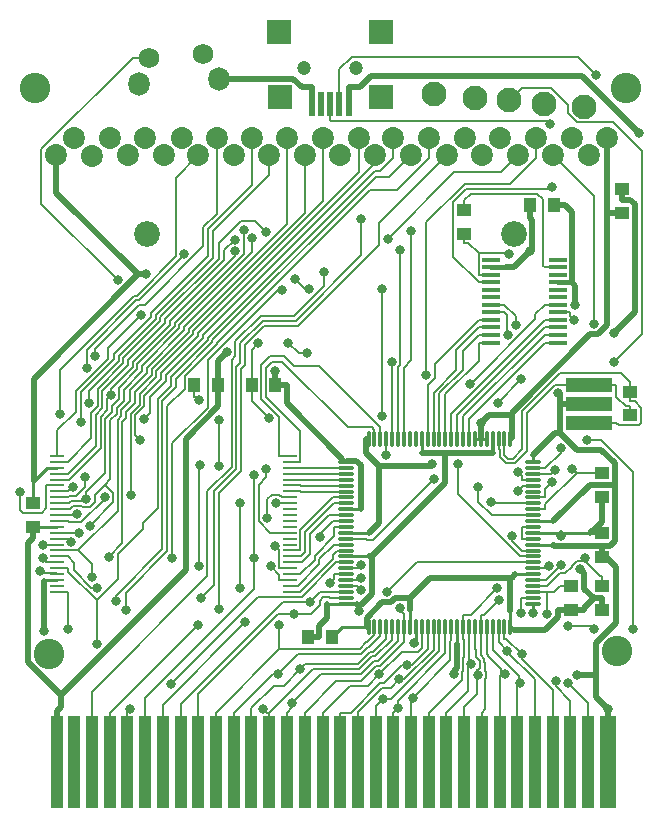
<source format=gbr>
%TF.GenerationSoftware,KiCad,Pcbnew,(6.0.2)*%
%TF.CreationDate,2022-11-15T22:57:49-06:00*%
%TF.ProjectId,REF1714,52454631-3731-4342-9e6b-696361645f70,rev?*%
%TF.SameCoordinates,Original*%
%TF.FileFunction,Copper,L1,Top*%
%TF.FilePolarity,Positive*%
%FSLAX46Y46*%
G04 Gerber Fmt 4.6, Leading zero omitted, Abs format (unit mm)*
G04 Created by KiCad (PCBNEW (6.0.2)) date 2022-11-15 22:57:49*
%MOMM*%
%LPD*%
G01*
G04 APERTURE LIST*
%TA.AperFunction,SMDPad,CuDef*%
%ADD10R,1.300000X1.000000*%
%TD*%
%TA.AperFunction,ComponentPad*%
%ADD11C,2.100000*%
%TD*%
%TA.AperFunction,SMDPad,CuDef*%
%ADD12O,0.300000X1.400000*%
%TD*%
%TA.AperFunction,SMDPad,CuDef*%
%ADD13O,1.400000X0.300000*%
%TD*%
%TA.AperFunction,SMDPad,CuDef*%
%ADD14R,1.580000X0.400000*%
%TD*%
%TA.AperFunction,ComponentPad*%
%ADD15C,1.860000*%
%TD*%
%TA.AperFunction,SMDPad,CuDef*%
%ADD16R,1.000000X1.300000*%
%TD*%
%TA.AperFunction,SMDPad,CuDef*%
%ADD17R,4.000000X1.250000*%
%TD*%
%TA.AperFunction,SMDPad,CuDef*%
%ADD18R,1.030000X7.780000*%
%TD*%
%TA.AperFunction,SMDPad,CuDef*%
%ADD19R,1.430000X7.780000*%
%TD*%
%TA.AperFunction,SMDPad,CuDef*%
%ADD20R,1.206500X0.279400*%
%TD*%
%TA.AperFunction,ComponentPad*%
%ADD21O,1.800000X2.000000*%
%TD*%
%TA.AperFunction,ComponentPad*%
%ADD22C,1.750000*%
%TD*%
%TA.AperFunction,SMDPad,CuDef*%
%ADD23R,0.500000X2.000000*%
%TD*%
%TA.AperFunction,SMDPad,CuDef*%
%ADD24R,2.000000X2.000000*%
%TD*%
%TA.AperFunction,ComponentPad*%
%ADD25C,1.200000*%
%TD*%
%TA.AperFunction,ComponentPad*%
%ADD26C,2.180000*%
%TD*%
%TA.AperFunction,ComponentPad*%
%ADD27C,2.580000*%
%TD*%
%TA.AperFunction,ViaPad*%
%ADD28C,0.800000*%
%TD*%
%TA.AperFunction,Conductor*%
%ADD29C,0.200000*%
%TD*%
%TA.AperFunction,Conductor*%
%ADD30C,0.250000*%
%TD*%
%TA.AperFunction,Conductor*%
%ADD31C,0.500000*%
%TD*%
%TA.AperFunction,Conductor*%
%ADD32C,0.299800*%
%TD*%
%TA.AperFunction,Conductor*%
%ADD33C,0.279200*%
%TD*%
%TA.AperFunction,Conductor*%
%ADD34C,0.399800*%
%TD*%
G04 APERTURE END LIST*
D10*
%TO.P,R4,1*%
%TO.N,/NDS.D6*%
X174014000Y-101934000D03*
%TO.P,R4,2*%
%TO.N,/VCC*%
X174015000Y-103958000D03*
%TD*%
%TO.P,R2,1*%
%TO.N,/NDS.Reset*%
X171433000Y-111501000D03*
%TO.P,R2,2*%
%TO.N,/VCC*%
X171434000Y-113525000D03*
%TD*%
D11*
%TO.P,J2,1,A*%
%TO.N,/GND*%
X163254000Y-70184000D03*
%TO.P,J2,2,B*%
%TO.N,/Switch*%
X166198000Y-70421000D03*
%TO.P,J2,3,C*%
%TO.N,unconnected-(J2-Pad3)*%
X169095000Y-70697000D03*
%TO.P,J2,4,Case_GND*%
%TO.N,unconnected-(J2-Pad4)*%
X159809000Y-69863000D03*
%TO.P,J2,5,Case_GND*%
%TO.N,unconnected-(J2-Pad5)*%
X172509200Y-70935000D03*
%TD*%
D12*
%TO.P,U2,1,IO*%
%TO.N,/VCC*%
X154277000Y-114981000D03*
%TO.P,U2,2,IO*%
%TO.N,/AD4*%
X154777000Y-114981000D03*
%TO.P,U2,3,IO*%
%TO.N,/AD5*%
X155277000Y-114981000D03*
%TO.P,U2,4,IO*%
%TO.N,/AD6*%
X155777000Y-114981000D03*
%TO.P,U2,5,IO*%
%TO.N,/AD7*%
X156277000Y-114981000D03*
%TO.P,U2,6,IO*%
%TO.N,/AD8*%
X156777000Y-114981000D03*
%TO.P,U2,7,IO*%
%TO.N,/AD9*%
X157277000Y-114981000D03*
%TO.P,U2,8,IO*%
%TO.N,/VCC*%
X157777000Y-114981000D03*
%TO.P,U2,9,IO*%
%TO.N,/GND*%
X158277000Y-114981000D03*
%TO.P,U2,10,IO*%
%TO.N,/AD10*%
X158777000Y-114981000D03*
%TO.P,U2,11,IO*%
%TO.N,/AD11*%
X159277000Y-114981000D03*
%TO.P,U2,12,IO*%
%TO.N,/AD12*%
X159777000Y-114981000D03*
%TO.P,U2,13,IO*%
%TO.N,/AD13*%
X160277000Y-114981000D03*
%TO.P,U2,14,IO*%
%TO.N,/AD14*%
X160777000Y-114981000D03*
%TO.P,U2,15,IO*%
%TO.N,/AD15*%
X161277000Y-114981000D03*
%TO.P,U2,16,IO*%
%TO.N,/GND*%
X161777000Y-114981000D03*
%TO.P,U2,17,IO*%
%TO.N,/A16*%
X162277000Y-114981000D03*
%TO.P,U2,18,IO*%
%TO.N,/A17*%
X162777000Y-114981000D03*
%TO.P,U2,19,IO*%
%TO.N,/A18*%
X163277000Y-114981000D03*
%TO.P,U2,20,IO*%
%TO.N,/A19*%
X163777000Y-114981000D03*
%TO.P,U2,21,IO*%
%TO.N,/A20*%
X164277000Y-114981000D03*
%TO.P,U2,22,IO*%
%TO.N,/A21*%
X164777000Y-114981000D03*
%TO.P,U2,23,IO*%
%TO.N,/A22*%
X165277000Y-114981000D03*
%TO.P,U2,24,IO*%
%TO.N,/A23*%
X165777000Y-114981000D03*
%TO.P,U2,25,IO*%
%TO.N,/VCC*%
X166277000Y-114981000D03*
D13*
%TO.P,U2,26,IO*%
%TO.N,/GND*%
X168227000Y-113031000D03*
%TO.P,U2,27,IO*%
%TO.N,/Button*%
X168227000Y-112531000D03*
%TO.P,U2,28,IO*%
%TO.N,/NDS.Reset*%
X168227000Y-112031000D03*
%TO.P,U2,29,IO*%
%TO.N,/Switch*%
X168227000Y-111531000D03*
%TO.P,U2,30,IO*%
%TO.N,/Write*%
X168227000Y-111031000D03*
%TO.P,U2,31,IO*%
%TO.N,/VCC*%
X168227000Y-110531000D03*
%TO.P,U2,32,IO*%
%TO.N,/CS.Rom.Sys*%
X168227000Y-110031000D03*
%TO.P,U2,33,IO*%
%TO.N,/Rd_Sys*%
X168227000Y-109531000D03*
%TO.P,U2,34,IO*%
%TO.N,/CS.Rom.Game*%
X168227000Y-109031000D03*
%TO.P,U2,35,IO*%
%TO.N,/Rd_Game*%
X168227000Y-108531000D03*
%TO.P,U2,36,IO*%
%TO.N,/GND*%
X168227000Y-108031000D03*
%TO.P,U2,37,IO*%
%TO.N,/Loop*%
X168227000Y-107531000D03*
%TO.P,U2,38,IO*%
%TO.N,/VCC*%
X168227000Y-107031000D03*
%TO.P,U2,39,IO*%
%TO.N,/Loop*%
X168227000Y-106531000D03*
%TO.P,U2,40,IO*%
%TO.N,/GND*%
X168227000Y-106031000D03*
%TO.P,U2,41,IO*%
%TO.N,/NDS.CS2*%
X168227000Y-105531000D03*
%TO.P,U2,42,IO*%
%TO.N,/NDS.D6*%
X168227000Y-105031000D03*
%TO.P,U2,43,IO*%
%TO.N,/NDS.Clk*%
X168227000Y-104531000D03*
%TO.P,U2,44,IO*%
%TO.N,/NDS.D7*%
X168227000Y-104031000D03*
%TO.P,U2,45,IO*%
%TO.N,unconnected-(U2-Pad45)*%
X168227000Y-103531000D03*
%TO.P,U2,46,IO*%
%TO.N,/Cy.P1-0*%
X168227000Y-103031000D03*
%TO.P,U2,47,IO*%
%TO.N,/Cy.P1-2*%
X168227000Y-102531000D03*
%TO.P,U2,48,IO*%
%TO.N,/Cy.P1-3*%
X168227000Y-102031000D03*
%TO.P,U2,49,IO*%
%TO.N,/Cy.P1-1*%
X168227000Y-101531000D03*
%TO.P,U2,50,IO*%
%TO.N,/GND*%
X168227000Y-101031000D03*
D12*
%TO.P,U2,51,IO*%
%TO.N,/VCC*%
X166277000Y-99081000D03*
%TO.P,U2,52,IO*%
%TO.N,/40MHz.Pin1*%
X165777000Y-99081000D03*
%TO.P,U2,53,IO*%
%TO.N,/40MHz.Pin2*%
X165277000Y-99081000D03*
%TO.P,U2,54,IO*%
%TO.N,/GND*%
X164777000Y-99081000D03*
%TO.P,U2,55,IO*%
%TO.N,/VCC*%
X164277000Y-99081000D03*
%TO.P,U2,56,IO*%
X163777000Y-99081000D03*
%TO.P,U2,57,IO*%
X163277000Y-99081000D03*
%TO.P,U2,58,IO*%
%TO.N,/Cy.P0-0*%
X162777000Y-99081000D03*
%TO.P,U2,59,IO*%
%TO.N,/CY.P0-1*%
X162277000Y-99081000D03*
%TO.P,U2,60,IO*%
%TO.N,/Cy.P0-2*%
X161777000Y-99081000D03*
%TO.P,U2,61,IO*%
%TO.N,/Cy.P0-3*%
X161277000Y-99081000D03*
%TO.P,U2,62,IO*%
%TO.N,/Cy.P0-4*%
X160777000Y-99081000D03*
%TO.P,U2,63,IO*%
%TO.N,/Cy.P0-5*%
X160277000Y-99081000D03*
%TO.P,U2,64,IO*%
%TO.N,/Cy.P0-6*%
X159777000Y-99081000D03*
%TO.P,U2,65,IO*%
%TO.N,/Cy.P0-7*%
X159277000Y-99081000D03*
%TO.P,U2,66,IO*%
%TO.N,/GND*%
X158777000Y-99081000D03*
%TO.P,U2,67,IO*%
%TO.N,unconnected-(U2-Pad67)*%
X158277000Y-99081000D03*
%TO.P,U2,68,IO*%
%TO.N,unconnected-(U2-Pad68)*%
X157777000Y-99081000D03*
%TO.P,U2,69,IO*%
%TO.N,/SST.CE*%
X157277000Y-99081000D03*
%TO.P,U2,70,IO*%
%TO.N,/SST.OE*%
X156777000Y-99081000D03*
%TO.P,U2,71,IO*%
%TO.N,/SST.WE*%
X156277000Y-99081000D03*
%TO.P,U2,72,IO*%
%TO.N,/SST.A0*%
X155777000Y-99081000D03*
%TO.P,U2,73,IO*%
%TO.N,/SST.A1*%
X155277000Y-99081000D03*
%TO.P,U2,74,IO*%
%TO.N,/SST.A2*%
X154777000Y-99081000D03*
%TO.P,U2,75,IO*%
%TO.N,/VCC*%
X154277000Y-99081000D03*
D13*
%TO.P,U2,76,IO*%
%TO.N,/GND*%
X152327000Y-101031000D03*
%TO.P,U2,77,IO*%
%TO.N,/SST.A3*%
X152327000Y-101531000D03*
%TO.P,U2,78,IO*%
%TO.N,/SST.A4*%
X152327000Y-102031000D03*
%TO.P,U2,79,IO*%
%TO.N,/SST.A5*%
X152327000Y-102531000D03*
%TO.P,U2,80,IO*%
%TO.N,/SST.A6*%
X152327000Y-103031000D03*
%TO.P,U2,81,IO*%
%TO.N,/SST.A7*%
X152327000Y-103531000D03*
%TO.P,U2,82,IO*%
%TO.N,/SST.A8*%
X152327000Y-104031000D03*
%TO.P,U2,83,IO*%
%TO.N,/SST.A9*%
X152327000Y-104531000D03*
%TO.P,U2,84,IO*%
%TO.N,/GND*%
X152327000Y-105031000D03*
%TO.P,U2,85,IO*%
%TO.N,/SST.A10*%
X152327000Y-105531000D03*
%TO.P,U2,86,IO*%
%TO.N,/SST.A11*%
X152327000Y-106031000D03*
%TO.P,U2,87,IO*%
%TO.N,/SST.A12*%
X152327000Y-106531000D03*
%TO.P,U2,88,IO*%
%TO.N,/VCC*%
X152327000Y-107031000D03*
%TO.P,U2,89,IO*%
%TO.N,/SST.A13*%
X152327000Y-107531000D03*
%TO.P,U2,90,IO*%
%TO.N,/SST.A14*%
X152327000Y-108031000D03*
%TO.P,U2,91,IO*%
%TO.N,/SST.A15*%
X152327000Y-108531000D03*
%TO.P,U2,92,IO*%
%TO.N,/GND*%
X152327000Y-109031000D03*
%TO.P,U2,93,IO*%
%TO.N,/SST.A16*%
X152327000Y-109531000D03*
%TO.P,U2,94,IO*%
%TO.N,/SST.A17*%
X152327000Y-110031000D03*
%TO.P,U2,95,IO*%
%TO.N,/SST.A18*%
X152327000Y-110531000D03*
%TO.P,U2,96,IO*%
%TO.N,/AD0*%
X152327000Y-111031000D03*
%TO.P,U2,97,IO*%
%TO.N,/AD1*%
X152327000Y-111531000D03*
%TO.P,U2,98,IO*%
%TO.N,/AD2*%
X152327000Y-112031000D03*
%TO.P,U2,99,IO*%
%TO.N,/AD3*%
X152327000Y-112531000D03*
%TO.P,U2,100,IO*%
%TO.N,/GND*%
X152327000Y-113031000D03*
%TD*%
D14*
%TO.P,U4,1,P0-0*%
%TO.N,/Cy.P0-0*%
X170275000Y-90941000D03*
%TO.P,U4,2,P0-1*%
%TO.N,/CY.P0-1*%
X170277000Y-90263000D03*
%TO.P,U4,3,P0-2*%
%TO.N,/Cy.P0-2*%
X170275000Y-89627000D03*
%TO.P,U4,4,P0-3*%
%TO.N,/Cy.P0-3*%
X170277000Y-89033000D03*
%TO.P,U4,5,P1-0*%
%TO.N,/Cy.P1-0*%
X170277000Y-88359000D03*
%TO.P,U4,6,P1-2*%
%TO.N,/Cy.P1-2*%
X170278000Y-87723000D03*
%TO.P,U4,7,P1-4*%
%TO.N,unconnected-(U4-Pad7)*%
X170276000Y-87089000D03*
%TO.P,U4,8,P1-6*%
%TO.N,unconnected-(U4-Pad8)*%
X170276000Y-86453000D03*
%TO.P,U4,9,VSS*%
%TO.N,/GND*%
X170276000Y-85817000D03*
%TO.P,U4,10,VPP*%
%TO.N,unconnected-(U4-Pad10)*%
X170277000Y-85183000D03*
%TO.P,U4,11,VREG/P2-0*%
%TO.N,/Cy.VREG*%
X170276000Y-84547000D03*
%TO.P,U4,12,XTALIN/P2-1*%
%TO.N,unconnected-(U4-Pad12)*%
X170276000Y-83913000D03*
%TO.P,U4,13,XTALOUT*%
%TO.N,unconnected-(U4-Pad13)*%
X164680000Y-83916000D03*
%TO.P,U4,14,VCC*%
%TO.N,/USB.VBUS*%
X164680000Y-84548000D03*
%TO.P,U4,15,D-/SDATA*%
%TO.N,/Cy.D-*%
X164679000Y-85185000D03*
%TO.P,U4,16,D+/SCLK*%
%TO.N,/Cy.D+*%
X164681000Y-85817000D03*
%TO.P,U4,17,P1-7*%
%TO.N,unconnected-(U4-Pad17)*%
X164680000Y-86453000D03*
%TO.P,U4,18,P1-5*%
%TO.N,unconnected-(U4-Pad18)*%
X164681000Y-87093000D03*
%TO.P,U4,19,P1-3*%
%TO.N,/Cy.P1-3*%
X164681000Y-87724000D03*
%TO.P,U4,20,P1-1*%
%TO.N,/Cy.P1-1*%
X164681000Y-88358000D03*
%TO.P,U4,21,P0-7*%
%TO.N,/Cy.P0-7*%
X164682000Y-89033000D03*
%TO.P,U4,22,P0-6*%
%TO.N,/Cy.P0-6*%
X164681000Y-89628000D03*
%TO.P,U4,23,P0-5*%
%TO.N,/Cy.P0-5*%
X164680000Y-90264000D03*
%TO.P,U4,24,P0-4*%
%TO.N,/Cy.P0-4*%
X164682000Y-90938000D03*
%TD*%
D15*
%TO.P,J4,1,+3.3V/+5V*%
%TO.N,/VCC*%
X174476000Y-73571000D03*
%TO.P,J4,2,Clock*%
%TO.N,unconnected-(J4-Pad2)*%
X172929500Y-75079000D03*
%TO.P,J4,3,/WR*%
%TO.N,/Write*%
X171461100Y-73570900D03*
%TO.P,J4,4,/RD*%
%TO.N,/Rd_Game*%
X169913000Y-75077000D03*
%TO.P,J4,5,/CS.ROM*%
%TO.N,/CS.Rom.Game*%
X168443000Y-73571000D03*
%TO.P,J4,6,AD0*%
%TO.N,/AD0*%
X166897000Y-75079000D03*
%TO.P,J4,7,AD1*%
%TO.N,/AD1*%
X165428600Y-73570900D03*
%TO.P,J4,8,AD2*%
%TO.N,/AD2*%
X163879000Y-75078000D03*
%TO.P,J4,9,AD3*%
%TO.N,/AD3*%
X162453000Y-73572000D03*
%TO.P,J4,10,AD4*%
%TO.N,/AD4*%
X160904200Y-75079000D03*
%TO.P,J4,11,AD5*%
%TO.N,/AD5*%
X159396100Y-73570900D03*
%TO.P,J4,12,AD6*%
%TO.N,/AD6*%
X157844000Y-75079000D03*
%TO.P,J4,13,AD7*%
%TO.N,/AD7*%
X156379800Y-73570900D03*
%TO.P,J4,14,AD8*%
%TO.N,/AD8*%
X154830000Y-75079000D03*
%TO.P,J4,15,AD9*%
%TO.N,/AD9*%
X153444000Y-73570000D03*
%TO.P,J4,16,AD10*%
%TO.N,/AD10*%
X151893000Y-75080000D03*
%TO.P,J4,17,AD11*%
%TO.N,/AD11*%
X150423000Y-73571000D03*
%TO.P,J4,18,AD12*%
%TO.N,/AD12*%
X148878000Y-75078000D03*
%TO.P,J4,19,AD13*%
%TO.N,/AD13*%
X147409000Y-73572000D03*
%TO.P,J4,20,AD14*%
%TO.N,/AD14*%
X145861000Y-75080000D03*
%TO.P,J4,21,AD15*%
%TO.N,/AD15*%
X144393000Y-73570000D03*
%TO.P,J4,22,A16*%
%TO.N,/A16*%
X142848000Y-75078000D03*
%TO.P,J4,23,A17*%
%TO.N,/A17*%
X141415000Y-73569000D03*
%TO.P,J4,24,A18*%
%TO.N,/A18*%
X139871000Y-75079000D03*
%TO.P,J4,25,A19*%
%TO.N,/A19*%
X138480000Y-73574000D03*
%TO.P,J4,26,A20*%
%TO.N,/A20*%
X136929000Y-75077000D03*
%TO.P,J4,27,A21*%
%TO.N,/A21*%
X135384000Y-73572000D03*
%TO.P,J4,28,A22*%
%TO.N,/A22*%
X133877000Y-75079000D03*
%TO.P,J4,29,A23*%
%TO.N,/A23*%
X132370000Y-73572000D03*
%TO.P,J4,30,/CS.SRAM*%
%TO.N,/CS.SRAM*%
X130863000Y-75087000D03*
%TO.P,J4,31,/REQ*%
%TO.N,/REQ*%
X129348000Y-73572000D03*
%TO.P,J4,32,GND*%
%TO.N,/GND*%
X127844500Y-75079000D03*
%TD*%
D16*
%TO.P,C5,1*%
%TO.N,/USB.VBUS*%
X167943000Y-79274500D03*
%TO.P,C5,2*%
%TO.N,/GND*%
X169967000Y-79273500D03*
%TD*%
D10*
%TO.P,R3,1*%
%TO.N,/Switch*%
X174053000Y-111497000D03*
%TO.P,R3,2*%
%TO.N,/VCC*%
X174054000Y-113521000D03*
%TD*%
%TO.P,C4,1*%
%TO.N,/VCC*%
X174016000Y-107056000D03*
%TO.P,C4,2*%
%TO.N,/GND*%
X174017000Y-109080000D03*
%TD*%
D16*
%TO.P,R1,1*%
%TO.N,/Button*%
X139527000Y-94554000D03*
%TO.P,R1,2*%
%TO.N,/VCC*%
X141551000Y-94553000D03*
%TD*%
%TO.P,C3,1*%
%TO.N,/GND*%
X149131000Y-115863500D03*
%TO.P,C3,2*%
%TO.N,/VCC*%
X151155000Y-115862500D03*
%TD*%
D17*
%TO.P,Y1,1,1*%
%TO.N,/40MHz.Pin1*%
X172947000Y-97736000D03*
%TO.P,Y1,2,2*%
%TO.N,/40MHz.Pin2*%
X172947000Y-94490000D03*
%TO.P,Y1,3,3*%
%TO.N,/GND*%
X172945000Y-96110000D03*
%TD*%
D10*
%TO.P,R6,1*%
%TO.N,/Cy.VREG*%
X162384000Y-79668000D03*
%TO.P,R6,2*%
%TO.N,/Cy.D-*%
X162385000Y-81692000D03*
%TD*%
D18*
%TO.P,J3,1,+3.3V/+5V*%
%TO.N,/VCC*%
X127859000Y-126447000D03*
%TO.P,J3,2,Clock*%
%TO.N,unconnected-(J3-Pad2)*%
X129366000Y-126447000D03*
%TO.P,J3,3,/WR*%
%TO.N,/Write*%
X130861000Y-126447000D03*
%TO.P,J3,4,/RD*%
%TO.N,/Rd_Sys*%
X132368000Y-126447000D03*
%TO.P,J3,5,/CS.ROM*%
%TO.N,/CS.Rom.Sys*%
X133859000Y-126447000D03*
%TO.P,J3,6,AD0*%
%TO.N,/AD0*%
X135366000Y-126447000D03*
%TO.P,J3,7,AD1*%
%TO.N,/AD1*%
X136861000Y-126447000D03*
%TO.P,J3,8,AD2*%
%TO.N,/AD2*%
X138368000Y-126457000D03*
%TO.P,J3,9,AD3*%
%TO.N,/AD3*%
X139862000Y-126452000D03*
%TO.P,J3,10,AD4*%
%TO.N,/AD4*%
X141361000Y-126456000D03*
%TO.P,J3,11,AD5*%
%TO.N,/AD5*%
X142880000Y-126456000D03*
%TO.P,J3,12,AD6*%
%TO.N,/AD6*%
X144363000Y-126456000D03*
%TO.P,J3,13,AD7*%
%TO.N,/AD7*%
X145870000Y-126456000D03*
%TO.P,J3,14,AD8*%
%TO.N,/AD8*%
X147363000Y-126455000D03*
%TO.P,J3,15,AD9*%
%TO.N,/AD9*%
X148870000Y-126455000D03*
%TO.P,J3,16,AD10*%
%TO.N,/AD10*%
X150377000Y-126455000D03*
%TO.P,J3,17,AD11*%
%TO.N,/AD11*%
X151860000Y-126455000D03*
%TO.P,J3,18,AD12*%
%TO.N,/AD12*%
X153362000Y-126455000D03*
%TO.P,J3,19,AD13*%
%TO.N,/AD13*%
X154868000Y-126455000D03*
%TO.P,J3,20,AD14*%
%TO.N,/AD14*%
X156363000Y-126455000D03*
%TO.P,J3,21,AD15*%
%TO.N,/AD15*%
X157870000Y-126455000D03*
%TO.P,J3,22,A16*%
%TO.N,/A16*%
X159365000Y-126455000D03*
%TO.P,J3,23,A17*%
%TO.N,/A17*%
X160869000Y-126460000D03*
%TO.P,J3,24,A18*%
%TO.N,/A18*%
X162364000Y-126448000D03*
%TO.P,J3,25,A19*%
%TO.N,/A19*%
X163859000Y-126448000D03*
%TO.P,J3,26,A20*%
%TO.N,/A20*%
X165366000Y-126448000D03*
%TO.P,J3,27,A21*%
%TO.N,/A21*%
X166866000Y-126447000D03*
%TO.P,J3,28,A22*%
%TO.N,/A22*%
X168361000Y-126447000D03*
%TO.P,J3,29,A23*%
%TO.N,/A23*%
X169880000Y-126447000D03*
%TO.P,J3,30,/CS.SRAM*%
%TO.N,/CS.SRAM*%
X171369000Y-126454000D03*
%TO.P,J3,31,/REQ*%
%TO.N,/REQ*%
X172864000Y-126454000D03*
D19*
%TO.P,J3,32,GND*%
%TO.N,/GND*%
X174562000Y-126454000D03*
%TD*%
D20*
%TO.P,U1,1,A15*%
%TO.N,/SST.A15*%
X147600250Y-112019499D03*
%TO.P,U1,2,A14*%
%TO.N,/SST.A14*%
X147600250Y-111519500D03*
%TO.P,U1,3,A13*%
%TO.N,/SST.A13*%
X147600250Y-111019501D03*
%TO.P,U1,4,A12*%
%TO.N,/SST.A12*%
X147600250Y-110519499D03*
%TO.P,U1,5,A11*%
%TO.N,/SST.A11*%
X147600250Y-110019500D03*
%TO.P,U1,6,A10*%
%TO.N,/SST.A10*%
X147600250Y-109519501D03*
%TO.P,U1,7,A9*%
%TO.N,/SST.A9*%
X147600250Y-109019500D03*
%TO.P,U1,8,A8*%
%TO.N,/SST.A8*%
X147600250Y-108519501D03*
%TO.P,U1,9,NC_1*%
%TO.N,unconnected-(U1-Pad9)*%
X147600250Y-108019499D03*
%TO.P,U1,10,NC_2*%
%TO.N,unconnected-(U1-Pad10)*%
X147600250Y-107519500D03*
%TO.P,U1,11,WE#*%
%TO.N,/SST.WE*%
X147600250Y-107019501D03*
%TO.P,U1,12,NC_3*%
%TO.N,unconnected-(U1-Pad12)*%
X147600250Y-106519500D03*
%TO.P,U1,13,NC_4*%
%TO.N,unconnected-(U1-Pad13)*%
X147600250Y-106019500D03*
%TO.P,U1,14,NC_5*%
%TO.N,unconnected-(U1-Pad14)*%
X147600250Y-105519499D03*
%TO.P,U1,15,NC_6*%
%TO.N,unconnected-(U1-Pad15)*%
X147600250Y-105019500D03*
%TO.P,U1,16,A18*%
%TO.N,/SST.A18*%
X147600250Y-104519501D03*
%TO.P,U1,17,A17*%
%TO.N,/SST.A17*%
X147600250Y-104019499D03*
%TO.P,U1,18,A7*%
%TO.N,/SST.A7*%
X147600250Y-103519500D03*
%TO.P,U1,19,A6*%
%TO.N,/SST.A6*%
X147600250Y-103019499D03*
%TO.P,U1,20,A5*%
%TO.N,/SST.A5*%
X147600250Y-102519500D03*
%TO.P,U1,21,A4*%
%TO.N,/SST.A4*%
X147600250Y-102019501D03*
%TO.P,U1,22,A3*%
%TO.N,/SST.A3*%
X147600250Y-101519499D03*
%TO.P,U1,23,A2*%
%TO.N,/SST.A2*%
X147600250Y-101019500D03*
%TO.P,U1,24,A1*%
%TO.N,/SST.A1*%
X147600250Y-100519499D03*
%TO.P,U1,25,A0*%
%TO.N,/SST.A0*%
X127902550Y-100519501D03*
%TO.P,U1,26,CE#*%
%TO.N,/SST.CE*%
X127902550Y-101019500D03*
%TO.P,U1,27,VSS_1*%
%TO.N,/GND*%
X127902550Y-101519499D03*
%TO.P,U1,28,OE#*%
%TO.N,/SST.OE*%
X127902550Y-102019501D03*
%TO.P,U1,29,DQ0*%
%TO.N,/AD0*%
X127902550Y-102519500D03*
%TO.P,U1,30,DQ8*%
%TO.N,/AD8*%
X127902550Y-103019501D03*
%TO.P,U1,31,DQ1*%
%TO.N,/AD1*%
X127902550Y-103519500D03*
%TO.P,U1,32,DQ9*%
%TO.N,/AD9*%
X127902550Y-104019499D03*
%TO.P,U1,33,DQ2*%
%TO.N,/AD2*%
X127902550Y-104519501D03*
%TO.P,U1,34,DQ10*%
%TO.N,/AD10*%
X127902550Y-105019500D03*
%TO.P,U1,35,DQ3*%
%TO.N,/AD3*%
X127902550Y-105519502D03*
%TO.P,U1,36,DQ11*%
%TO.N,/AD11*%
X127902550Y-106019500D03*
%TO.P,U1,37,VDD*%
%TO.N,/VCC*%
X127902550Y-106519500D03*
%TO.P,U1,38,DQ4*%
%TO.N,/AD4*%
X127902550Y-107019501D03*
%TO.P,U1,39,DQ12*%
%TO.N,/AD12*%
X127902550Y-107519500D03*
%TO.P,U1,40,DQ5*%
%TO.N,/AD5*%
X127902550Y-108019499D03*
%TO.P,U1,41,DQ13*%
%TO.N,/AD13*%
X127902550Y-108519501D03*
%TO.P,U1,42,DQ6*%
%TO.N,/AD6*%
X127902550Y-109019500D03*
%TO.P,U1,43,DQ14*%
%TO.N,/AD14*%
X127902550Y-109519501D03*
%TO.P,U1,44,DQ7*%
%TO.N,/AD7*%
X127902550Y-110019500D03*
%TO.P,U1,45,DQ15*%
%TO.N,/AD15*%
X127902550Y-110519499D03*
%TO.P,U1,46,VSS_2*%
%TO.N,/GND*%
X127902550Y-111019501D03*
%TO.P,U1,47,NC_9*%
%TO.N,unconnected-(U1-Pad47)*%
X127902550Y-111519500D03*
%TO.P,U1,48,A16*%
%TO.N,/SST.A16*%
X127902550Y-112019501D03*
%TD*%
D21*
%TO.P,SW1,1,1*%
%TO.N,unconnected-(SW1-Pad1)*%
X134808000Y-69065000D03*
D22*
%TO.P,SW1,2,2*%
%TO.N,/Button*%
X135711000Y-66809000D03*
%TO.P,SW1,3,3*%
%TO.N,/GND*%
X140278000Y-66491000D03*
D21*
%TO.P,SW1,4,4*%
X141637000Y-68599000D03*
%TD*%
D10*
%TO.P,C1,1*%
%TO.N,/GND*%
X125834000Y-104515000D03*
%TO.P,C1,2*%
%TO.N,/VCC*%
X125835000Y-106539000D03*
%TD*%
D23*
%TO.P,J1,1,VBUS*%
%TO.N,/USB.VBUS*%
X152585000Y-70750000D03*
%TO.P,J1,2,D-*%
%TO.N,/Cy.D-*%
X151792000Y-70746000D03*
%TO.P,J1,3,D+*%
%TO.N,/Cy.D+*%
X151038000Y-70746000D03*
%TO.P,J1,4,ID*%
%TO.N,unconnected-(J1-Pad4)*%
X150247000Y-70750000D03*
%TO.P,J1,5,GND*%
%TO.N,/GND*%
X149486000Y-70750000D03*
D24*
%TO.P,J1,6,Shield*%
%TO.N,unconnected-(J1-Pad6)*%
X146749000Y-70113000D03*
%TO.P,J1,7*%
%TO.N,N/C*%
X155361000Y-70115000D03*
%TO.P,J1,8*%
X146711000Y-64595000D03*
%TO.P,J1,9*%
X155324000Y-64597000D03*
D25*
%TO.P,J1,10*%
X148811000Y-67654000D03*
%TO.P,J1,11*%
X153218000Y-67654000D03*
%TD*%
D26*
%TO.P,U3,20*%
%TO.N,N/C*%
X135516000Y-81730000D03*
%TO.P,U3,21*%
X166590000Y-81734000D03*
%TD*%
D10*
%TO.P,R5,1*%
%TO.N,/40MHz.Pin1*%
X176432000Y-95069000D03*
%TO.P,R5,2*%
%TO.N,/40MHz.Pin2*%
X176433000Y-97093000D03*
%TD*%
%TO.P,C6,1*%
%TO.N,/GND*%
X175719000Y-77885000D03*
%TO.P,C6,2*%
%TO.N,/VCC*%
X175720000Y-79909000D03*
%TD*%
D27*
%TO.P,DrillHoles,1*%
%TO.N,N/C*%
X127221000Y-117246000D03*
%TO.P,DrillHoles,2*%
X125993000Y-69391000D03*
%TO.P,DrillHoles,3*%
X176038000Y-69386000D03*
%TO.P,DrillHoles,4*%
X175285900Y-117048700D03*
%TD*%
D16*
%TO.P,C2,1*%
%TO.N,/NDS.Reset*%
X144368000Y-94554500D03*
%TO.P,C2,2*%
%TO.N,/GND*%
X146392000Y-94553500D03*
%TD*%
D28*
%TO.N,/SST.A16*%
X128805800Y-115128900D03*
X137583500Y-119808600D03*
%TO.N,/GND*%
X175088500Y-90081000D03*
X158124800Y-116386200D03*
X174562000Y-121953900D03*
X153447800Y-113655400D03*
X168227000Y-113786500D03*
X170330000Y-95228100D03*
X171962800Y-119088800D03*
X161468900Y-118960200D03*
X171764900Y-87702700D03*
X146392000Y-93287600D03*
X135401700Y-85149700D03*
X126798800Y-115313600D03*
%TO.N,/AD15*%
X129936100Y-97679500D03*
X126419800Y-110231300D03*
X158011400Y-120989400D03*
%TO.N,/AD7*%
X131241000Y-116460700D03*
X145355600Y-121923900D03*
%TO.N,/AD14*%
X126687200Y-109168400D03*
X156775000Y-121867800D03*
X130636300Y-96012100D03*
%TO.N,/AD6*%
X132898900Y-112825400D03*
X131314500Y-111672500D03*
X148496400Y-118563900D03*
%TO.N,/AD13*%
X130834300Y-110732600D03*
X155458800Y-121118600D03*
%TO.N,/AD5*%
X126680000Y-108063200D03*
X146639600Y-118995400D03*
X133722500Y-113582600D03*
%TO.N,/AD12*%
X132283400Y-109036100D03*
X156886200Y-119419500D03*
X129116800Y-107792100D03*
%TO.N,/AD4*%
X141638800Y-113462900D03*
X129792600Y-107019500D03*
X146722700Y-114794500D03*
%TO.N,/VCC*%
X159686100Y-101239600D03*
X172189900Y-110115600D03*
X170605700Y-107317800D03*
X163777000Y-97743900D03*
X142298600Y-91756300D03*
%TO.N,/AD11*%
X134137100Y-103813900D03*
X131929200Y-103978200D03*
X157522300Y-118217500D03*
%TO.N,/AD3*%
X129555900Y-105442500D03*
X140066900Y-112561400D03*
X153661300Y-80443000D03*
X147979500Y-113875800D03*
%TO.N,/AD10*%
X155197400Y-118996700D03*
X130655700Y-106423600D03*
X144422300Y-82079800D03*
%TO.N,/AD2*%
X130379500Y-104148600D03*
X143717900Y-81370000D03*
X149344500Y-112871000D03*
%TO.N,/AD9*%
X130263200Y-102317500D03*
X156922400Y-113393200D03*
X134919800Y-99153000D03*
%TO.N,/AD1*%
X137629500Y-109173500D03*
X143832400Y-114597000D03*
X129251200Y-103151600D03*
X146942300Y-86437400D03*
X153644400Y-111848000D03*
%TO.N,/AD8*%
X124798800Y-103536500D03*
X147816000Y-121434800D03*
X135266900Y-97352600D03*
%TO.N,/AD0*%
X144545700Y-109143900D03*
X144545700Y-102152400D03*
X155879000Y-82140000D03*
X142930200Y-83201800D03*
X153651600Y-110847800D03*
X132436700Y-95373500D03*
%TO.N,/SST.OE*%
X142958700Y-82201600D03*
X156934200Y-83117800D03*
%TO.N,/SST.CE*%
X145575800Y-81594700D03*
X157906400Y-81433000D03*
%TO.N,/SST.A0*%
X135039100Y-88548500D03*
X155711800Y-100463600D03*
%TO.N,/SST.A17*%
X145695100Y-105779800D03*
X153628100Y-109768500D03*
%TO.N,/SST.A18*%
X151022400Y-111280700D03*
X143406900Y-104514000D03*
X143406900Y-111710500D03*
X146395700Y-104514000D03*
%TO.N,/SST.WE*%
X167218000Y-93997000D03*
X145633300Y-101649400D03*
X141648500Y-101378900D03*
X172730500Y-99177500D03*
X173329300Y-115198700D03*
X156234100Y-92526700D03*
X141648500Y-97433800D03*
X165201600Y-96013400D03*
X171188800Y-114891700D03*
X176627200Y-115198700D03*
%TO.N,/SST.A11*%
X146364400Y-108153800D03*
X150157200Y-107355600D03*
%TO.N,/SST.A13*%
X139890500Y-109878000D03*
X149230200Y-86366200D03*
X155395800Y-86366200D03*
X155395800Y-97126500D03*
X159837600Y-102439600D03*
X140011400Y-101320200D03*
X138659600Y-83418700D03*
X130440400Y-93052700D03*
X148047400Y-85553400D03*
X145989600Y-109878000D03*
%TO.N,/USB.VBUS*%
X167931400Y-83185000D03*
X177132700Y-73144300D03*
%TO.N,/Cy.D-*%
X173570800Y-68295900D03*
X166129600Y-83448900D03*
%TO.N,/Cy.D+*%
X169617300Y-72398300D03*
X169814500Y-77782000D03*
%TO.N,/NDS.Clk*%
X164670200Y-104445900D03*
%TO.N,/NDS.Reset*%
X144943900Y-90991900D03*
X169354200Y-113872900D03*
X145823600Y-97311000D03*
%TO.N,/NDS.CS2*%
X149031900Y-91786900D03*
X163569900Y-103143800D03*
X147480700Y-90915300D03*
%TO.N,/NDS.D6*%
X171527400Y-101582900D03*
%TO.N,/NDS.D7*%
X169807300Y-102745100D03*
%TO.N,/Cy.P1-1*%
X166084100Y-90237800D03*
X170528900Y-99846700D03*
%TO.N,/Cy.P1-3*%
X166728400Y-89428400D03*
X170020400Y-101735600D03*
%TO.N,/Cy.P1-2*%
X162828100Y-94400000D03*
X166911200Y-101856100D03*
%TO.N,/Cy.P1-0*%
X166918900Y-103452600D03*
X171672500Y-88966800D03*
%TO.N,/Rd_Game*%
X173376200Y-89351900D03*
X166432400Y-107337400D03*
%TO.N,/CS.Rom.Game*%
X159141800Y-93652000D03*
X161855900Y-101209600D03*
%TO.N,/Rd_Sys*%
X155817200Y-112051800D03*
X139821700Y-114803200D03*
%TO.N,/CS.Rom.Sys*%
X134043900Y-121956000D03*
X169531800Y-109829400D03*
%TO.N,/Write*%
X170603600Y-109755500D03*
X150470700Y-84971400D03*
%TO.N,/Switch*%
X172625900Y-109128500D03*
X175087600Y-92536500D03*
%TO.N,/Button*%
X167177500Y-113783800D03*
X133019800Y-85637400D03*
X139916900Y-95814400D03*
%TO.N,/A23*%
X167226700Y-117284000D03*
%TO.N,/A22*%
X166030000Y-117049300D03*
%TO.N,/A21*%
X167055700Y-119735400D03*
%TO.N,/A20*%
X165843200Y-119003600D03*
%TO.N,/A19*%
X165359500Y-112699800D03*
%TO.N,/A18*%
X128171500Y-96973200D03*
X163500700Y-119039500D03*
%TO.N,/A17*%
X162977500Y-118148200D03*
X131140500Y-92069400D03*
%TO.N,/A16*%
X165190000Y-111699600D03*
%TO.N,/REQ*%
X171191800Y-119773000D03*
%TO.N,/CS.SRAM*%
X170103100Y-119573000D03*
%TD*%
D29*
%TO.N,/SST.A1*%
X155277000Y-98080900D02*
X155277000Y-99081000D01*
X150115900Y-92919800D02*
X155277000Y-98080900D01*
X147940100Y-92919800D02*
X150115900Y-92919800D01*
X145179100Y-95677241D02*
X145179100Y-92853000D01*
X146696800Y-97194941D02*
X145179100Y-95677241D01*
X146696800Y-100519500D02*
X146696800Y-97194941D01*
X145946100Y-92086000D02*
X147106300Y-92086000D01*
X145179100Y-92853000D02*
X145946100Y-92086000D01*
X147106300Y-92086000D02*
X147940100Y-92919800D01*
X147600200Y-100519500D02*
X146696800Y-100519500D01*
%TO.N,/SST.A16*%
X128805800Y-112019500D02*
X128805800Y-115128900D01*
X151557900Y-109531000D02*
X148615600Y-112473300D01*
X127902500Y-112019500D02*
X128805800Y-112019500D01*
X152327000Y-109531000D02*
X151557900Y-109531000D01*
X148615600Y-112473300D02*
X144918800Y-112473300D01*
X144918800Y-112473300D02*
X137583500Y-119808600D01*
D30*
%TO.N,/GND*%
X168227000Y-100417000D02*
X168226000Y-100416000D01*
D31*
X171517200Y-79873600D02*
X170917100Y-79273500D01*
X175116100Y-102948100D02*
X175116100Y-107762400D01*
X153447800Y-113132400D02*
X153447800Y-113655400D01*
X158174600Y-116436000D02*
X158124800Y-116386200D01*
X172945000Y-96110000D02*
X170494900Y-96110000D01*
X174748600Y-108129900D02*
X174017000Y-108129900D01*
X171931500Y-100033200D02*
X170494900Y-98596600D01*
X153447800Y-113132400D02*
X153416600Y-113132400D01*
X146392000Y-93453400D02*
X146392000Y-93287600D01*
X169914000Y-106029000D02*
X172997000Y-102946000D01*
X141637000Y-68599000D02*
X147904200Y-68599000D01*
X173991500Y-100033200D02*
X171931500Y-100033200D01*
D30*
X161777000Y-114981000D02*
X161777000Y-116410000D01*
D31*
X154557300Y-112216500D02*
X153641400Y-113132400D01*
X171764900Y-86115900D02*
X171764900Y-87702700D01*
X174017000Y-108742500D02*
X174017000Y-108129900D01*
X146392000Y-94553500D02*
X146392000Y-93453400D01*
X153602500Y-101319100D02*
X153214200Y-100930800D01*
X171466000Y-85817000D02*
X171517200Y-85765800D01*
X149131000Y-115863500D02*
X150081100Y-115863500D01*
X161468900Y-118734300D02*
X161727200Y-118476000D01*
X161727200Y-116459800D02*
X161777000Y-116410000D01*
X127844500Y-78258700D02*
X134735500Y-85149700D01*
X150752000Y-114242500D02*
X150752000Y-113028000D01*
X134735500Y-85149700D02*
X125917000Y-93968200D01*
X161468900Y-118960200D02*
X161468900Y-118734300D01*
D32*
X152040400Y-100744400D02*
X152327000Y-101031000D01*
D30*
X152327000Y-105031000D02*
X153602500Y-105031000D01*
D31*
X153416600Y-113132400D02*
X153315200Y-113031000D01*
X164777000Y-100231400D02*
X164777000Y-100231300D01*
X175188900Y-109914400D02*
X175188900Y-114678700D01*
D30*
X152327000Y-109031000D02*
X154327000Y-109031000D01*
D31*
X160738100Y-102847200D02*
X160738100Y-100359600D01*
X160866300Y-100231400D02*
X164777000Y-100231400D01*
D30*
X152327000Y-113031000D02*
X150755000Y-113031000D01*
D31*
X126798800Y-115313600D02*
X126798800Y-111078700D01*
X125917000Y-93968200D02*
X125917000Y-102613000D01*
X174562000Y-124283900D02*
X174562000Y-121953900D01*
X160738100Y-100359600D02*
X160689000Y-100310500D01*
D32*
X153315200Y-113031000D02*
X152327000Y-113031000D01*
D30*
X125834000Y-102696000D02*
X125834000Y-104515000D01*
D31*
X173545800Y-119088800D02*
X171962800Y-119088800D01*
D33*
X127902000Y-101519000D02*
X127902500Y-101519500D01*
D31*
X149486000Y-70750000D02*
X149486000Y-69299900D01*
X173545800Y-120937700D02*
X174562000Y-121953900D01*
D32*
X164777000Y-100231300D02*
X164777000Y-99081000D01*
D31*
X175114000Y-102946000D02*
X175114200Y-102945800D01*
X175114200Y-102945800D02*
X175114200Y-101155900D01*
X161727200Y-118476000D02*
X161727200Y-116459800D01*
X153214200Y-100930800D02*
X152427200Y-100930800D01*
X172997000Y-102946000D02*
X175114000Y-102946000D01*
X176446400Y-78835100D02*
X175719000Y-78835100D01*
X171466000Y-85817000D02*
X171764900Y-86115900D01*
X158277000Y-116436000D02*
X158174600Y-116436000D01*
X146392000Y-94553500D02*
X147342100Y-94553500D01*
X148605100Y-69299900D02*
X149486000Y-69299900D01*
X127844500Y-75079000D02*
X127844500Y-78258700D01*
D34*
X171517200Y-85483000D02*
X171517200Y-85765800D01*
D30*
X154327000Y-109031000D02*
X154330000Y-109028000D01*
D31*
X170047900Y-108167900D02*
X170957900Y-108167900D01*
D30*
X168227000Y-113031000D02*
X168227000Y-113607000D01*
D31*
X175116100Y-107762400D02*
X174748600Y-108129900D01*
D30*
X158777000Y-99081000D02*
X158777000Y-99787000D01*
D31*
X154557300Y-109028000D02*
X160738100Y-102847200D01*
X147904200Y-68599000D02*
X148605100Y-69299900D01*
X174562000Y-126454000D02*
X174562000Y-124283900D01*
X170494900Y-98596600D02*
X170494900Y-96110000D01*
X153602500Y-105031000D02*
X153602500Y-101319100D01*
X176827500Y-79216200D02*
X176446400Y-78835100D01*
D30*
X168227000Y-108031000D02*
X169911000Y-108031000D01*
D31*
X170494900Y-95393000D02*
X170330000Y-95228100D01*
X171317000Y-85817000D02*
X171466000Y-85817000D01*
D30*
X169912000Y-106031000D02*
X169914000Y-106029000D01*
D31*
X175114000Y-102946000D02*
X175116100Y-102948100D01*
X154330000Y-109028000D02*
X154557300Y-109028000D01*
D30*
X168227000Y-106031000D02*
X169912000Y-106031000D01*
X127011000Y-101519000D02*
X125917000Y-102613000D01*
X125917000Y-102613000D02*
X125834000Y-102696000D01*
D31*
X150081100Y-114913400D02*
X150752000Y-114242500D01*
X175088500Y-90081000D02*
X176827500Y-88342000D01*
X160689000Y-100310500D02*
X158774000Y-100310500D01*
D32*
X152427200Y-100930800D02*
X152327000Y-101031000D01*
D31*
X169911000Y-108031000D02*
X170047900Y-108167900D01*
D34*
X170276000Y-85817000D02*
X171317000Y-85817000D01*
D31*
X174017000Y-108742500D02*
X175188900Y-109914400D01*
D30*
X158777000Y-99787000D02*
X158774000Y-99790000D01*
D31*
X175114200Y-101155900D02*
X173991500Y-100033200D01*
D33*
X126848900Y-111028600D02*
X127893400Y-111028600D01*
D31*
X175188900Y-114678700D02*
X173545800Y-116321800D01*
D30*
X168227000Y-101031000D02*
X168227000Y-100417000D01*
D31*
X154557300Y-109028000D02*
X154557300Y-112216500D01*
X168227000Y-113607000D02*
X168227000Y-113786500D01*
X135401700Y-85149700D02*
X134735500Y-85149700D01*
X147342100Y-96046100D02*
X152040400Y-100744400D01*
X170494900Y-96110000D02*
X170494900Y-95393000D01*
D30*
X168227000Y-113607000D02*
X168225000Y-113609000D01*
X127902000Y-101519000D02*
X127011000Y-101519000D01*
X158774000Y-99790000D02*
X158774000Y-100310500D01*
D31*
X176827500Y-88342000D02*
X176827500Y-79216200D01*
X170957900Y-108167900D02*
X170995900Y-108129900D01*
D30*
X150755000Y-113031000D02*
X150752000Y-113028000D01*
D31*
X170995900Y-108129900D02*
X174017000Y-108129900D01*
X174017000Y-109080000D02*
X174017000Y-108742500D01*
D30*
X127903000Y-101519000D02*
X127902000Y-101519000D01*
D31*
X173545800Y-116321800D02*
X173545800Y-119088800D01*
X147342100Y-94553500D02*
X147342100Y-96046100D01*
X173545800Y-119088800D02*
X173545800Y-120937700D01*
X160738100Y-100359600D02*
X160866300Y-100231400D01*
X170494900Y-98596600D02*
X170045400Y-98596600D01*
X169967000Y-79273500D02*
X170917100Y-79273500D01*
D30*
X158277000Y-114981000D02*
X158277000Y-116436000D01*
D31*
X153641400Y-113132400D02*
X153447800Y-113132400D01*
X150081100Y-115863500D02*
X150081100Y-114913400D01*
X170045400Y-98596600D02*
X168226000Y-100416000D01*
X171517200Y-85483000D02*
X171517200Y-79873600D01*
X175719000Y-77885000D02*
X175719000Y-78835100D01*
D29*
%TO.N,/AD15*%
X129936100Y-95113000D02*
X132704900Y-92344200D01*
X161177100Y-117823700D02*
X161177100Y-116231800D01*
X127842400Y-110459400D02*
X126647900Y-110459400D01*
X132704900Y-92344200D02*
X132704900Y-91872800D01*
X135850300Y-88727400D02*
X135850300Y-88442900D01*
X161177100Y-116231800D02*
X161277000Y-116131900D01*
X144393000Y-77620500D02*
X144393000Y-73570000D01*
X132704900Y-91872800D02*
X135850300Y-88727400D01*
X135850300Y-88442900D02*
X140696300Y-83596900D01*
X140696300Y-81317200D02*
X144393000Y-77620500D01*
X157870000Y-121130800D02*
X158011400Y-120989400D01*
X158011400Y-120989400D02*
X161177100Y-117823700D01*
X126647900Y-110459400D02*
X126419800Y-110231300D01*
X161277000Y-116131900D02*
X161277000Y-114981000D01*
X157870000Y-126455000D02*
X157870000Y-121130800D01*
X127902500Y-110519500D02*
X127842400Y-110459400D01*
X140696300Y-83596900D02*
X140696300Y-81317200D01*
X129936100Y-97679500D02*
X129936100Y-95113000D01*
%TO.N,/AD7*%
X155266700Y-76381900D02*
X156379800Y-75268800D01*
X137564700Y-93802600D02*
X140651500Y-90715800D01*
X154576200Y-117496400D02*
X154857600Y-117496400D01*
X136406200Y-95715500D02*
X137564700Y-94557000D01*
X140651500Y-90715800D02*
X140651500Y-90572700D01*
X127902500Y-110019500D02*
X128805800Y-110019500D01*
X145697600Y-122265900D02*
X145355600Y-121923900D01*
X136406200Y-104913400D02*
X136406200Y-95715500D01*
X149559700Y-118576200D02*
X153496400Y-118576200D01*
X133022300Y-110965300D02*
X133022300Y-108863100D01*
X153496400Y-118576200D02*
X154576200Y-117496400D01*
X131241000Y-112746700D02*
X131241000Y-116460700D01*
X154857600Y-117496400D02*
X156277000Y-116077000D01*
X131241000Y-112746600D02*
X131241000Y-112746700D01*
X135156400Y-106163200D02*
X136406200Y-104913400D01*
X131241000Y-112746600D02*
X133022300Y-110965300D01*
X145870000Y-126456000D02*
X145870000Y-122365400D01*
X145870000Y-122265900D02*
X145697600Y-122265900D01*
X156277000Y-116077000D02*
X156277000Y-114981000D01*
X128805800Y-110311500D02*
X131241000Y-112746600D01*
X128805800Y-110019500D02*
X128805800Y-110311500D01*
X145870000Y-122265900D02*
X149559700Y-118576200D01*
X135156400Y-106729000D02*
X135156400Y-106163200D01*
X133022300Y-108863100D02*
X135156400Y-106729000D01*
X156379800Y-75268800D02*
X156379800Y-73570900D01*
X137564700Y-94557000D02*
X137564700Y-93802600D01*
X145870000Y-122365400D02*
X145870000Y-122265900D01*
X154842300Y-76381900D02*
X155266700Y-76381900D01*
X140651500Y-90572700D02*
X154842300Y-76381900D01*
%TO.N,/AD14*%
X133105000Y-92038500D02*
X136250400Y-88893100D01*
X156363000Y-126455000D02*
X156363000Y-122264900D01*
X130636300Y-94978600D02*
X133105000Y-92509900D01*
X136250400Y-88893100D02*
X136250400Y-88608600D01*
X127902500Y-109519500D02*
X126999100Y-109519500D01*
X126999100Y-109480300D02*
X126999100Y-109519500D01*
X133105000Y-92509900D02*
X133105000Y-92038500D01*
X156377900Y-122264900D02*
X156363000Y-122264900D01*
X160777000Y-117233800D02*
X156775000Y-121235800D01*
X141096500Y-81482900D02*
X145861000Y-76718400D01*
X156775000Y-121867800D02*
X156377900Y-122264900D01*
X141096500Y-83762500D02*
X141096500Y-81482900D01*
X136250400Y-88608600D02*
X141096500Y-83762500D01*
X160777000Y-114981000D02*
X160777000Y-117233800D01*
X130636300Y-96012100D02*
X130636300Y-94978600D01*
X145861000Y-76718400D02*
X145861000Y-75080000D01*
X126687200Y-109168400D02*
X126999100Y-109480300D01*
X156775000Y-121235800D02*
X156775000Y-121867800D01*
%TO.N,/AD6*%
X130784200Y-111672500D02*
X129328300Y-110216600D01*
X136806300Y-95881200D02*
X137964800Y-94722700D01*
X141051600Y-90881500D02*
X141051600Y-90738500D01*
X129328300Y-109542000D02*
X128805800Y-109019500D01*
X132898900Y-112341200D02*
X136806300Y-108433800D01*
X141051600Y-90738500D02*
X154866600Y-76923500D01*
X155777000Y-114981000D02*
X155777000Y-115981100D01*
X131314500Y-111672500D02*
X130784200Y-111672500D01*
X155777000Y-115981100D02*
X154661800Y-117096300D01*
X127902500Y-109019500D02*
X128805800Y-109019500D01*
X144363000Y-121849800D02*
X146254800Y-119958000D01*
X137964800Y-94722700D02*
X137964800Y-93968300D01*
X144363000Y-126456000D02*
X144363000Y-121849800D01*
X137964800Y-93968300D02*
X141051600Y-90881500D01*
X148931500Y-118128800D02*
X148496400Y-118563900D01*
X153377900Y-118128800D02*
X148931500Y-118128800D01*
X129328300Y-110216600D02*
X129328300Y-109542000D01*
X154410400Y-117096300D02*
X153377900Y-118128800D01*
X154866600Y-76923500D02*
X155999500Y-76923500D01*
X146254800Y-119958000D02*
X147102300Y-119958000D01*
X136806300Y-108433800D02*
X136806300Y-95881200D01*
X154661800Y-117096300D02*
X154410400Y-117096300D01*
X155999500Y-76923500D02*
X157844000Y-75079000D01*
X147102300Y-119958000D02*
X148496400Y-118563900D01*
X132898900Y-112825400D02*
X132898900Y-112341200D01*
%TO.N,/AD13*%
X147409000Y-80844800D02*
X147409000Y-73572000D01*
X133029500Y-97438000D02*
X133336900Y-97130600D01*
X130834300Y-109669400D02*
X130834300Y-110732600D01*
X135505600Y-93504100D02*
X135505600Y-93032700D01*
X138651000Y-89602800D02*
X147409000Y-80844800D01*
X127902500Y-108519500D02*
X128805800Y-108519500D01*
X133336900Y-96595000D02*
X134096500Y-95835400D01*
X128805800Y-108519500D02*
X129684400Y-108519500D01*
X129684400Y-108519500D02*
X133029500Y-105174400D01*
X129684400Y-108519500D02*
X130834300Y-109669400D01*
X154868000Y-121709400D02*
X154868000Y-126455000D01*
X155458800Y-121118600D02*
X154868000Y-121709400D01*
X134096500Y-94913200D02*
X135505600Y-93504100D01*
X135505600Y-93032700D02*
X138651000Y-89887300D01*
X133029500Y-105174400D02*
X133029500Y-97438000D01*
X133336900Y-97130600D02*
X133336900Y-96595000D01*
X134096500Y-95835400D02*
X134096500Y-94913200D01*
X160277000Y-115981100D02*
X160277000Y-117052800D01*
X138651000Y-89887300D02*
X138651000Y-89602800D01*
X160277000Y-117052800D02*
X156211200Y-121118600D01*
X160277000Y-114981000D02*
X160277000Y-115981100D01*
X156211200Y-121118600D02*
X155458800Y-121118600D01*
%TO.N,/AD5*%
X126723700Y-108019500D02*
X126680000Y-108063200D01*
X146639600Y-118995400D02*
X148330600Y-117304400D01*
X138706400Y-93792500D02*
X141451700Y-91047200D01*
X155277000Y-115746800D02*
X155277000Y-114981000D01*
X148330600Y-117304400D02*
X153636500Y-117304400D01*
X159396100Y-75287200D02*
X159396100Y-73570900D01*
X142880000Y-126456000D02*
X142880000Y-122265900D01*
X137206500Y-108599500D02*
X137206500Y-96329600D01*
X137206500Y-96329600D02*
X138706400Y-94829700D01*
X141451700Y-91047200D02*
X141451700Y-90937600D01*
X127902500Y-108019500D02*
X126723700Y-108019500D01*
X154244700Y-116696200D02*
X154327600Y-116696200D01*
X156702900Y-77980400D02*
X159396100Y-75287200D01*
X153636500Y-117304400D02*
X154244700Y-116696200D01*
X133722500Y-113582600D02*
X133722500Y-112083500D01*
X154327600Y-116696200D02*
X155277000Y-115746800D01*
X154408900Y-77980400D02*
X156702900Y-77980400D01*
X138706400Y-94829700D02*
X138706400Y-93792500D01*
X133722500Y-112083500D02*
X137206500Y-108599500D01*
X141451700Y-90937600D02*
X154408900Y-77980400D01*
X146150500Y-118995400D02*
X142880000Y-122265900D01*
X146639600Y-118995400D02*
X146150500Y-118995400D01*
%TO.N,/AD12*%
X133429600Y-107889900D02*
X133429600Y-97603700D01*
X156148600Y-120157100D02*
X156886200Y-119419500D01*
X132283400Y-109036100D02*
X133429600Y-107889900D01*
X133737000Y-96760700D02*
X134496600Y-96001100D01*
X139051100Y-89768500D02*
X148878000Y-79941600D01*
X127902500Y-107519500D02*
X128844200Y-107519500D01*
X153362000Y-126455000D02*
X153362000Y-122264900D01*
X153362000Y-122264900D02*
X153362000Y-122225100D01*
X135905700Y-93198400D02*
X139051100Y-90053000D01*
X134496600Y-96001100D02*
X134496600Y-95078900D01*
X139051100Y-90053000D02*
X139051100Y-89768500D01*
X148878000Y-79941600D02*
X148878000Y-75078000D01*
X133429600Y-97603700D02*
X133737000Y-97296300D01*
X134496600Y-95078900D02*
X135905700Y-93669800D01*
X157310500Y-119419500D02*
X156886200Y-119419500D01*
X135905700Y-93669800D02*
X135905700Y-93198400D01*
X128844200Y-107519500D02*
X129116800Y-107792100D01*
X155430000Y-120157100D02*
X156148600Y-120157100D01*
X159777000Y-114981000D02*
X159777000Y-116953000D01*
X153362000Y-122225100D02*
X155430000Y-120157100D01*
X133737000Y-97296300D02*
X133737000Y-96760700D01*
X159777000Y-116953000D02*
X157310500Y-119419500D01*
%TO.N,/AD4*%
X141638800Y-113462900D02*
X141638800Y-103628800D01*
X154079000Y-116296100D02*
X153542200Y-116832900D01*
X141638800Y-103628800D02*
X143480400Y-101787200D01*
X154777000Y-115680600D02*
X154161500Y-116296100D01*
X154777000Y-114981000D02*
X154777000Y-115680600D01*
X145424600Y-89521200D02*
X148340300Y-89521200D01*
X143480400Y-101787200D02*
X143480400Y-93138100D01*
X143807600Y-91138200D02*
X145424600Y-89521200D01*
X154161500Y-116296100D02*
X154079000Y-116296100D01*
X155178900Y-80804300D02*
X160904200Y-75079000D01*
X129792600Y-107019500D02*
X127902500Y-107019500D01*
X146722700Y-116904200D02*
X141361000Y-122265900D01*
X143480400Y-93138100D02*
X143807600Y-92810900D01*
X153542200Y-116832900D02*
X146722700Y-116832900D01*
X143807600Y-92810900D02*
X143807600Y-91138200D01*
X146722700Y-116832900D02*
X146722700Y-116904200D01*
X148340300Y-89521200D02*
X155178900Y-82682600D01*
X146722700Y-116832900D02*
X146722700Y-114794500D01*
X141361000Y-126456000D02*
X141361000Y-122265900D01*
X155178900Y-82682600D02*
X155178900Y-80804300D01*
D31*
%TO.N,/VCC*%
X174015000Y-106072500D02*
X174015000Y-103958000D01*
X141551000Y-92503900D02*
X142298600Y-91756300D01*
X172533200Y-110458900D02*
X172533200Y-111777500D01*
D30*
X168227000Y-110531000D02*
X166691000Y-110531000D01*
D31*
X154116800Y-114981000D02*
X154116800Y-114215600D01*
X155150400Y-106209600D02*
X154329000Y-107031000D01*
D30*
X127902000Y-106520000D02*
X125854000Y-106520000D01*
D31*
X166377000Y-96847400D02*
X173022400Y-90202000D01*
D30*
X163777000Y-99081000D02*
X164277000Y-99081000D01*
D31*
X138801000Y-99044500D02*
X141551000Y-96294500D01*
X166377200Y-97060900D02*
X166377200Y-98980800D01*
X151155000Y-115862000D02*
X151155000Y-115862500D01*
D30*
X125854000Y-106520000D02*
X125835000Y-106539000D01*
D31*
X174476000Y-79909000D02*
X174476000Y-73571000D01*
D32*
X166377200Y-98980800D02*
X166277000Y-99081000D01*
D31*
X172533200Y-111777500D02*
X173326600Y-112570900D01*
X128233300Y-120738600D02*
X128233300Y-121732600D01*
D32*
X166563600Y-115267600D02*
X166277000Y-114981000D01*
D31*
X156530600Y-112540700D02*
X157777000Y-112540700D01*
X173022400Y-90202000D02*
X173728400Y-90202000D01*
X138801000Y-110170800D02*
X138801000Y-99044500D01*
X173056500Y-107031000D02*
X174015000Y-106072500D01*
D30*
X163277000Y-99081000D02*
X163777000Y-99081000D01*
D31*
X171641300Y-113525000D02*
X172534100Y-113525000D01*
X166377000Y-97060700D02*
X166377200Y-97060900D01*
X166277500Y-110812000D02*
X166410000Y-110812000D01*
X173326600Y-112570900D02*
X172534100Y-113363400D01*
X155430500Y-112901900D02*
X156169400Y-112901900D01*
D30*
X173991000Y-107031000D02*
X174016000Y-107056000D01*
D31*
X169185100Y-115267600D02*
X166563600Y-115267600D01*
X128233300Y-121732600D02*
X127859000Y-122106900D01*
D30*
X170605700Y-107031000D02*
X173056500Y-107031000D01*
D31*
X166410000Y-110812000D02*
X166690000Y-110532000D01*
X155150400Y-101332100D02*
X159593600Y-101332100D01*
X128233300Y-120738500D02*
X138801000Y-110170800D01*
X170605700Y-107317800D02*
X170605700Y-107031000D01*
D30*
X154277000Y-114981000D02*
X154116800Y-114981000D01*
D31*
X174619900Y-79909000D02*
X174476000Y-79909000D01*
X163777000Y-99081000D02*
X163777000Y-97743900D01*
X175720000Y-79909000D02*
X174619900Y-79909000D01*
X163777000Y-97743900D02*
X164460200Y-97060700D01*
D30*
X152327000Y-107031000D02*
X154329000Y-107031000D01*
D31*
X159593600Y-101332100D02*
X159686100Y-101239600D01*
D30*
X166691000Y-110531000D02*
X166690000Y-110532000D01*
D31*
X172189900Y-110115600D02*
X172533200Y-110458900D01*
X154116800Y-114215600D02*
X155430500Y-112901900D01*
X125468400Y-117973700D02*
X128233300Y-120738500D01*
D30*
X173056500Y-107031000D02*
X173991000Y-107031000D01*
D31*
X171434000Y-113525000D02*
X170333900Y-113525000D01*
X171641300Y-113525000D02*
X171434000Y-113525000D01*
X157777000Y-112540700D02*
X157777000Y-113557000D01*
X155150400Y-101332100D02*
X154048900Y-100230600D01*
X173728400Y-90202000D02*
X174476000Y-89454400D01*
X166277500Y-113674500D02*
X166277500Y-110812000D01*
X172534100Y-113363400D02*
X172534100Y-113525000D01*
X170333900Y-114118800D02*
X169185100Y-115267600D01*
X164460200Y-97060700D02*
X166377000Y-97060700D01*
D30*
X157777000Y-114981000D02*
X157777000Y-113557000D01*
D31*
X127859000Y-126447000D02*
X127859000Y-122106900D01*
X156169400Y-112901900D02*
X156530600Y-112540700D01*
D30*
X154277000Y-99081000D02*
X154048900Y-99081000D01*
D31*
X157777000Y-112540700D02*
X159505700Y-110812000D01*
D30*
X152036000Y-114981000D02*
X151155000Y-115862000D01*
X166277000Y-114981000D02*
X166277000Y-113675000D01*
D33*
X127902000Y-106520000D02*
X127902500Y-106519500D01*
D30*
X127903000Y-106520000D02*
X127902000Y-106520000D01*
D31*
X166377000Y-97060700D02*
X166377000Y-96847400D01*
X155150400Y-101332100D02*
X155150400Y-106209600D01*
D30*
X154116800Y-114981000D02*
X152036000Y-114981000D01*
D31*
X125835000Y-107489100D02*
X125468400Y-107855700D01*
X141551000Y-96294500D02*
X141551000Y-95653100D01*
X154048900Y-100230600D02*
X154048900Y-99081000D01*
X125468400Y-107855700D02*
X125468400Y-117973700D01*
X128233300Y-120738500D02*
X128233300Y-120738600D01*
X174054000Y-113521000D02*
X174054000Y-112570900D01*
X173326600Y-112570900D02*
X174054000Y-112570900D01*
X141551000Y-94553000D02*
X141551000Y-92503900D01*
D30*
X168227000Y-107031000D02*
X170605700Y-107031000D01*
D31*
X174476000Y-89454400D02*
X174476000Y-79909000D01*
X170333900Y-113525000D02*
X170333900Y-114118800D01*
X125835000Y-106539000D02*
X125835000Y-107489100D01*
X141551000Y-94553000D02*
X141551000Y-95653100D01*
X159505700Y-110812000D02*
X166277500Y-110812000D01*
D29*
%TO.N,/AD11*%
X134137100Y-103813900D02*
X134137100Y-96926400D01*
X155264300Y-119757000D02*
X152756400Y-122264900D01*
X152756400Y-122264900D02*
X151860000Y-122264900D01*
X150423000Y-78962400D02*
X150423000Y-73571000D01*
X139451200Y-90218700D02*
X139451200Y-89934200D01*
X131929200Y-104154800D02*
X131929200Y-103978200D01*
X136305800Y-93364100D02*
X139451200Y-90218700D01*
X157927500Y-118217500D02*
X157522300Y-118217500D01*
X129941400Y-106142600D02*
X131929200Y-104154800D01*
X159277000Y-114981000D02*
X159277000Y-115981100D01*
X128805800Y-106019500D02*
X128928900Y-106142600D01*
X157098300Y-118217500D02*
X155558800Y-119757000D01*
X157522300Y-118217500D02*
X157098300Y-118217500D01*
X159277000Y-115981100D02*
X159277000Y-116868000D01*
X134896700Y-96166800D02*
X134896700Y-95244600D01*
X139451200Y-89934200D02*
X150423000Y-78962400D01*
X127902500Y-106019500D02*
X128805800Y-106019500D01*
X159277000Y-116868000D02*
X157927500Y-118217500D01*
X134137100Y-96926400D02*
X134896700Y-96166800D01*
X155558800Y-119757000D02*
X155264300Y-119757000D01*
X136305800Y-93835500D02*
X136305800Y-93364100D01*
X151860000Y-126455000D02*
X151860000Y-122264900D01*
X134896700Y-95244600D02*
X136305800Y-93835500D01*
X128928900Y-106142600D02*
X129941400Y-106142600D01*
%TO.N,/AD3*%
X141217300Y-111411000D02*
X141217300Y-103484500D01*
X147979500Y-113875800D02*
X149425500Y-113875800D01*
X143407500Y-92645200D02*
X143407500Y-90972500D01*
X129555900Y-105442500D02*
X129478900Y-105519500D01*
X150140300Y-113161000D02*
X150140300Y-112771100D01*
X139862000Y-126452000D02*
X139862000Y-120658900D01*
X150433600Y-112477800D02*
X150979900Y-112477800D01*
X129478900Y-105519500D02*
X127902500Y-105519500D01*
X143080300Y-101621500D02*
X143080300Y-92972400D01*
X151033100Y-112531000D02*
X152327000Y-112531000D01*
X143407500Y-90972500D02*
X145310800Y-89069200D01*
X139862000Y-120658900D02*
X146645100Y-113875800D01*
X148132500Y-89069200D02*
X153661300Y-83540400D01*
X145310800Y-89069200D02*
X148132500Y-89069200D01*
X153661300Y-83540400D02*
X153661300Y-80443000D01*
X143080300Y-92972400D02*
X143407500Y-92645200D01*
X140066900Y-112561400D02*
X141217300Y-111411000D01*
X146645100Y-113875800D02*
X147979500Y-113875800D01*
X141217300Y-103484500D02*
X143080300Y-101621500D01*
X150140300Y-112771100D02*
X150433600Y-112477800D01*
X150979900Y-112477800D02*
X151033100Y-112531000D01*
X149425500Y-113875800D02*
X150140300Y-113161000D01*
%TO.N,/AD10*%
X133536900Y-95829200D02*
X133536900Y-94907000D01*
X129270700Y-104726200D02*
X129967100Y-104726200D01*
X158452700Y-117116100D02*
X158827100Y-116741700D01*
X132936800Y-96964900D02*
X132936800Y-96429300D01*
X132936800Y-96429300D02*
X133536900Y-95829200D01*
X131079600Y-103814500D02*
X131941900Y-102952200D01*
X135105500Y-93338400D02*
X135105500Y-92867000D01*
X150377000Y-126455000D02*
X150377000Y-122264900D01*
X157078000Y-117116100D02*
X158452700Y-117116100D01*
X130089600Y-104848700D02*
X130669500Y-104848700D01*
X128977400Y-105019500D02*
X129270700Y-104726200D01*
X144422300Y-83265700D02*
X144422300Y-82079800D01*
X158827100Y-116741700D02*
X158827100Y-116031200D01*
X138250900Y-89721600D02*
X138250900Y-89437100D01*
X132629400Y-103639700D02*
X131941900Y-102952200D01*
X132385100Y-102509000D02*
X132385100Y-97516600D01*
X155197400Y-118996700D02*
X157078000Y-117116100D01*
X131079600Y-104438600D02*
X131079600Y-103814500D01*
X158827100Y-116031200D02*
X158777000Y-115981100D01*
X158777000Y-114981000D02*
X158777000Y-115981100D01*
X152661400Y-119980500D02*
X154213600Y-119980500D01*
X138250900Y-89437100D02*
X144422300Y-83265700D01*
X135105500Y-92867000D02*
X138250900Y-89721600D01*
X132385100Y-97516600D02*
X132936800Y-96964900D01*
X150377000Y-122264900D02*
X152661400Y-119980500D01*
X154213600Y-119980500D02*
X155197400Y-118996700D01*
X132629400Y-104449900D02*
X132629400Y-103639700D01*
X133536900Y-94907000D02*
X135105500Y-93338400D01*
X127902500Y-105019500D02*
X128977400Y-105019500D01*
X131941900Y-102952200D02*
X132385100Y-102509000D01*
X129967100Y-104726200D02*
X130089600Y-104848700D01*
X130655700Y-106423600D02*
X132629400Y-104449900D01*
X130669500Y-104848700D02*
X131079600Y-104438600D01*
%TO.N,/AD2*%
X152327000Y-112031000D02*
X151326900Y-112031000D01*
X143717900Y-83404300D02*
X143717900Y-81370000D01*
X149341900Y-112873600D02*
X149344500Y-112871000D01*
X137850800Y-89555900D02*
X137850800Y-89271400D01*
X137850800Y-89271400D02*
X143717900Y-83404300D01*
X128911600Y-104519500D02*
X129105000Y-104326100D01*
X134705400Y-92701300D02*
X137850800Y-89555900D01*
X132536700Y-96263600D02*
X133136800Y-95663500D01*
X150184500Y-112031000D02*
X151326900Y-112031000D01*
X149344500Y-112871000D02*
X150184500Y-112031000D01*
X134705400Y-93172700D02*
X134705400Y-92701300D01*
X132536700Y-96799200D02*
X132536700Y-96263600D01*
X138368000Y-126457000D02*
X138368000Y-122266900D01*
X128805800Y-104519500D02*
X128911600Y-104519500D01*
X138368000Y-122266900D02*
X138368000Y-121514100D01*
X129105000Y-104326100D02*
X130202000Y-104326100D01*
X130379500Y-103603300D02*
X131985000Y-101997800D01*
X130379500Y-104148600D02*
X130379500Y-103603300D01*
X131985000Y-97350900D02*
X132536700Y-96799200D01*
X133136800Y-94741300D02*
X134705400Y-93172700D01*
X133136800Y-95663500D02*
X133136800Y-94741300D01*
X138368000Y-121514100D02*
X147008500Y-112873600D01*
X127902500Y-104519500D02*
X128805800Y-104519500D01*
X130202000Y-104326100D02*
X130379500Y-104148600D01*
X131985000Y-101997800D02*
X131985000Y-97350900D01*
X147008500Y-112873600D02*
X149341900Y-112873600D01*
%TO.N,/AD9*%
X139851300Y-90384400D02*
X139851300Y-90099900D01*
X153623800Y-119580400D02*
X151554500Y-119580400D01*
X157277000Y-114981000D02*
X157277000Y-116230200D01*
X128845700Y-104019500D02*
X127902500Y-104019500D01*
X135296800Y-96332500D02*
X135296800Y-95410300D01*
X134919800Y-99153000D02*
X134537200Y-98770400D01*
X151554500Y-119580400D02*
X148870000Y-122264900D01*
X135296800Y-95410300D02*
X136705900Y-94001200D01*
X130263200Y-102317500D02*
X130263200Y-103135100D01*
X136705900Y-94001200D02*
X136705900Y-93529800D01*
X157277000Y-114981000D02*
X157277000Y-113935200D01*
X134537200Y-98770400D02*
X134537200Y-97092100D01*
X128945600Y-103919600D02*
X128845700Y-104019500D01*
X157277000Y-116230200D02*
X155210600Y-118296600D01*
X129478700Y-103919600D02*
X128945600Y-103919600D01*
X130263200Y-103135100D02*
X129478700Y-103919600D01*
X148870000Y-126455000D02*
X148870000Y-122264900D01*
X156922400Y-113580600D02*
X156922400Y-113393200D01*
X139851300Y-90099900D02*
X153444000Y-76507200D01*
X134537200Y-97092100D02*
X135296800Y-96332500D01*
X155210600Y-118296600D02*
X154907600Y-118296600D01*
X154907600Y-118296600D02*
X153623800Y-119580400D01*
X157277000Y-113935200D02*
X156922400Y-113580600D01*
X153444000Y-76507200D02*
X153444000Y-73570000D01*
X136705900Y-93529800D02*
X139851300Y-90384400D01*
%TO.N,/AD1*%
X152327000Y-111531000D02*
X153327100Y-111531000D01*
X129173700Y-103151600D02*
X128805800Y-103519500D01*
X129251200Y-103151600D02*
X129173700Y-103151600D01*
X140643000Y-92421700D02*
X146627300Y-86437400D01*
X137629500Y-99438000D02*
X140643000Y-96424500D01*
X137629500Y-109173500D02*
X137629500Y-99438000D01*
X136861000Y-126447000D02*
X136861000Y-121568400D01*
X127902500Y-103519500D02*
X128805800Y-103519500D01*
X153327400Y-111531000D02*
X153644400Y-111848000D01*
X146627300Y-86437400D02*
X146942300Y-86437400D01*
X153327100Y-111531000D02*
X153327400Y-111531000D01*
X140643000Y-96424500D02*
X140643000Y-92421700D01*
X136861000Y-121568400D02*
X143832400Y-114597000D01*
%TO.N,/AD8*%
X147816000Y-121811900D02*
X147816000Y-121434800D01*
X126609200Y-105315200D02*
X126999100Y-104925300D01*
X127902500Y-103019500D02*
X126999100Y-103019500D01*
X155038400Y-117896500D02*
X154741900Y-117896500D01*
X156777000Y-116157900D02*
X155038400Y-117896500D01*
X153616000Y-119022400D02*
X150228400Y-119022400D01*
X126999100Y-104925300D02*
X126999100Y-103019500D01*
X140251400Y-90550100D02*
X140251400Y-90265600D01*
X147363000Y-126455000D02*
X147363000Y-122264900D01*
X154830000Y-75687000D02*
X154830000Y-75079000D01*
X135773800Y-95499100D02*
X137106000Y-94166900D01*
X135266900Y-97352600D02*
X135773800Y-96845700D01*
X124798800Y-105092100D02*
X125021900Y-105315200D01*
X156777000Y-114981000D02*
X156777000Y-115981100D01*
X135773800Y-96845700D02*
X135773800Y-95499100D01*
X124798800Y-103536500D02*
X124798800Y-105092100D01*
X156777000Y-115981100D02*
X156777000Y-116157900D01*
X147363000Y-122264900D02*
X147816000Y-121811900D01*
X140251400Y-90265600D02*
X154830000Y-75687000D01*
X125021900Y-105315200D02*
X126609200Y-105315200D01*
X137106000Y-93695500D02*
X140251400Y-90550100D01*
X137106000Y-94166900D02*
X137106000Y-93695500D01*
X154741900Y-117896500D02*
X153616000Y-119022400D01*
X150228400Y-119022400D02*
X147816000Y-121434800D01*
%TO.N,/AD0*%
X144545700Y-111820100D02*
X144545700Y-109143900D01*
X134305300Y-92535600D02*
X137450700Y-89390200D01*
X132436700Y-94875600D02*
X134305300Y-93007000D01*
X135366000Y-126447000D02*
X135366000Y-122256900D01*
X144545700Y-109143900D02*
X144545700Y-102152400D01*
X135366000Y-122256900D02*
X135366000Y-120999800D01*
X153468400Y-111031000D02*
X153651600Y-110847800D01*
X131584900Y-97185200D02*
X132136600Y-96633500D01*
X165502100Y-76473900D02*
X161545100Y-76473900D01*
X137450700Y-89390200D02*
X137450700Y-89105700D01*
X137450700Y-89105700D02*
X142930200Y-83626200D01*
X132136600Y-95673600D02*
X132436700Y-95373500D01*
X132436700Y-95373500D02*
X132436700Y-94875600D01*
X166897000Y-75079000D02*
X165502100Y-76473900D01*
X161545100Y-76473900D02*
X155879000Y-82140000D01*
X142930200Y-83626200D02*
X142930200Y-83201800D01*
X135366000Y-120999800D02*
X144545700Y-111820100D01*
X127902500Y-102519500D02*
X128893400Y-102519500D01*
X134305300Y-93007000D02*
X134305300Y-92535600D01*
X128893400Y-102519500D02*
X131584900Y-99828000D01*
X152327000Y-111031000D02*
X153468400Y-111031000D01*
X131584900Y-99828000D02*
X131584900Y-97185200D01*
X132136600Y-96633500D02*
X132136600Y-95673600D01*
%TO.N,/SST.OE*%
X127902500Y-102019500D02*
X128805800Y-102019500D01*
X156934200Y-92816700D02*
X156934200Y-83117800D01*
X142027100Y-83963500D02*
X142027100Y-83114900D01*
X133905200Y-92841300D02*
X133905200Y-92369900D01*
X142940400Y-82201600D02*
X142958700Y-82201600D01*
X142027100Y-83114900D02*
X142940400Y-82201600D01*
X131184800Y-97019500D02*
X131736500Y-96467800D01*
X128805800Y-102019500D02*
X131184800Y-99640500D01*
X131736500Y-96467800D02*
X131736500Y-95010000D01*
X133905200Y-92369900D02*
X137050600Y-89224500D01*
X137050600Y-89224500D02*
X137050600Y-88940000D01*
X131736500Y-95010000D02*
X133905200Y-92841300D01*
X156777000Y-99081000D02*
X156777000Y-92973900D01*
X131184800Y-99640500D02*
X131184800Y-97019500D01*
X156777000Y-92973900D02*
X156934200Y-92816700D01*
X137050600Y-88940000D02*
X142027100Y-83963500D01*
%TO.N,/SST.CE*%
X157277000Y-99081000D02*
X157277000Y-93039800D01*
X127902500Y-101019500D02*
X128805800Y-101019500D01*
X157906400Y-92410400D02*
X157906400Y-81433000D01*
X133505100Y-92675600D02*
X133505100Y-92204200D01*
X130784700Y-96853800D02*
X131336400Y-96302100D01*
X143433500Y-80661200D02*
X144642300Y-80661200D01*
X144642300Y-80661200D02*
X145575800Y-81594700D01*
X131336400Y-96302100D02*
X131336400Y-94844300D01*
X130784700Y-99040600D02*
X130784700Y-96853800D01*
X131336400Y-94844300D02*
X133505100Y-92675600D01*
X136650500Y-88774300D02*
X141582000Y-83842800D01*
X128805800Y-101019500D02*
X130784700Y-99040600D01*
X136650500Y-89058800D02*
X136650500Y-88774300D01*
X133505100Y-92204200D02*
X136650500Y-89058800D01*
X141582000Y-82512700D02*
X143433500Y-80661200D01*
X141582000Y-83842800D02*
X141582000Y-82512700D01*
X157277000Y-93039800D02*
X157906400Y-92410400D01*
%TO.N,/SST.A0*%
X155711800Y-100463600D02*
X155777000Y-100398400D01*
X132201500Y-91386100D02*
X135039100Y-88548500D01*
X155777000Y-100398400D02*
X155777000Y-99081000D01*
X132201500Y-92281700D02*
X132201500Y-91386100D01*
X129477600Y-96774200D02*
X129477600Y-95005600D01*
X127902500Y-100519500D02*
X127902500Y-98349300D01*
X127902500Y-98349300D02*
X129477600Y-96774200D01*
X129477600Y-95005600D02*
X132201500Y-92281700D01*
%TO.N,/SST.A2*%
X148503500Y-101019500D02*
X148503500Y-98435100D01*
X145579200Y-95510800D02*
X145579200Y-93064700D01*
X146980800Y-92526600D02*
X152526900Y-98072700D01*
X148503500Y-98435100D02*
X145579200Y-95510800D01*
X146117300Y-92526600D02*
X146980800Y-92526600D01*
X154525000Y-98072700D02*
X154777000Y-98324700D01*
X154777000Y-98324700D02*
X154777000Y-99081000D01*
X147600200Y-101019500D02*
X148503500Y-101019500D01*
X152526900Y-98072700D02*
X154525000Y-98072700D01*
X145579200Y-93064700D02*
X146117300Y-92526600D01*
%TO.N,/SST.A3*%
X147600200Y-101519500D02*
X151315400Y-101519500D01*
X151315400Y-101519500D02*
X151326900Y-101531000D01*
X152327000Y-101531000D02*
X151326900Y-101531000D01*
%TO.N,/SST.A4*%
X151315400Y-102019500D02*
X147600200Y-102019500D01*
X152327000Y-102031000D02*
X151326900Y-102031000D01*
X151326900Y-102031000D02*
X151315400Y-102019500D01*
%TO.N,/SST.A5*%
X148515000Y-102531000D02*
X148503500Y-102519500D01*
X152327000Y-102531000D02*
X151326900Y-102531000D01*
X147600200Y-102519500D02*
X148503500Y-102519500D01*
X151326900Y-102531000D02*
X148515000Y-102531000D01*
%TO.N,/SST.A6*%
X148515000Y-103031000D02*
X148503500Y-103019500D01*
X151326900Y-103031000D02*
X148515000Y-103031000D01*
X147600200Y-103019500D02*
X148503500Y-103019500D01*
X152327000Y-103031000D02*
X151326900Y-103031000D01*
%TO.N,/SST.A7*%
X147600200Y-103519500D02*
X148503500Y-103519500D01*
X151326900Y-103531000D02*
X148515000Y-103531000D01*
X148515000Y-103531000D02*
X148503500Y-103519500D01*
X152327000Y-103531000D02*
X151326900Y-103531000D01*
%TO.N,/SST.A17*%
X146703600Y-103790200D02*
X146073500Y-103790200D01*
X153365600Y-110031000D02*
X153628100Y-109768500D01*
X152327000Y-110031000D02*
X153365600Y-110031000D01*
X146073500Y-103790200D02*
X145695100Y-104168600D01*
X146932900Y-104019500D02*
X146703600Y-103790200D01*
X145695100Y-104168600D02*
X145695100Y-105779800D01*
X147600200Y-104019500D02*
X146932900Y-104019500D01*
%TO.N,/SST.A18*%
X152327000Y-110531000D02*
X151326900Y-110531000D01*
X151326900Y-110976200D02*
X151022400Y-111280700D01*
X146401200Y-104519500D02*
X146395700Y-104514000D01*
X143406900Y-104514000D02*
X143406900Y-111710500D01*
X151326900Y-110531000D02*
X151326900Y-110976200D01*
X147600200Y-104519500D02*
X146401200Y-104519500D01*
%TO.N,/SST.WE*%
X141648500Y-97433800D02*
X141648500Y-101378900D01*
X156277000Y-92569600D02*
X156277000Y-99081000D01*
X176627200Y-101890800D02*
X173913900Y-99177500D01*
X176627200Y-115198700D02*
X176627200Y-101890800D01*
X173022300Y-114891700D02*
X173329300Y-115198700D01*
X147600200Y-107019500D02*
X145939000Y-107019500D01*
X165201600Y-96013400D02*
X167218000Y-93997000D01*
X145939000Y-107019500D02*
X144978900Y-106059400D01*
X144978900Y-106059400D02*
X144978900Y-102966200D01*
X171188800Y-114891700D02*
X173022300Y-114891700D01*
X144978900Y-102966200D02*
X145633300Y-102311800D01*
X173913900Y-99177500D02*
X172730500Y-99177500D01*
X145633300Y-102311800D02*
X145633300Y-101649400D01*
X156234100Y-92526700D02*
X156277000Y-92569600D01*
%TO.N,/SST.A8*%
X148503500Y-108519500D02*
X148503500Y-106759800D01*
X148503500Y-106759800D02*
X151232300Y-104031000D01*
X151232300Y-104031000D02*
X152327000Y-104031000D01*
X147600200Y-108519500D02*
X148503500Y-108519500D01*
%TO.N,/SST.A9*%
X148569300Y-109019500D02*
X148903600Y-108685200D01*
X148503500Y-109019500D02*
X148569300Y-109019500D01*
X147600200Y-109019500D02*
X148503500Y-109019500D01*
X148903600Y-108685200D02*
X148903600Y-106954300D01*
X152327000Y-104531000D02*
X151326900Y-104531000D01*
X148903600Y-106954300D02*
X151326900Y-104531000D01*
%TO.N,/SST.A10*%
X147600200Y-109519500D02*
X148503500Y-109519500D01*
X148503500Y-109519500D02*
X148635100Y-109519500D01*
X149303700Y-107167900D02*
X150940600Y-105531000D01*
X150940600Y-105531000D02*
X152327000Y-105531000D01*
X149303700Y-108850900D02*
X149303700Y-107167900D01*
X148635100Y-109519500D02*
X149303700Y-108850900D01*
%TO.N,/SST.A11*%
X147600200Y-110019500D02*
X146696800Y-110019500D01*
X152327000Y-106031000D02*
X151254900Y-106031000D01*
X151254900Y-106031000D02*
X150157200Y-107128700D01*
X146696800Y-108486200D02*
X146364400Y-108153800D01*
X150157200Y-107128700D02*
X150157200Y-107355600D01*
X146696800Y-110019500D02*
X146696800Y-108486200D01*
%TO.N,/SST.A12*%
X148503500Y-110519500D02*
X149703800Y-109319200D01*
X149703800Y-108950800D02*
X151326900Y-107327700D01*
X151326900Y-107327700D02*
X151326900Y-106531000D01*
X149703800Y-109319200D02*
X149703800Y-108950800D01*
X152327000Y-106531000D02*
X151326900Y-106531000D01*
X147600200Y-110519500D02*
X148503500Y-110519500D01*
%TO.N,/SST.A13*%
X152327000Y-107531000D02*
X154050900Y-107531000D01*
X155395800Y-97126500D02*
X155395800Y-86366200D01*
X154050900Y-107531000D02*
X154117400Y-107597500D01*
X146696800Y-110585200D02*
X145989600Y-109878000D01*
X139890500Y-109878000D02*
X139890500Y-101441100D01*
X154679700Y-107597500D02*
X159837600Y-102439600D01*
X130440400Y-91515100D02*
X130440400Y-93052700D01*
X139890500Y-101441100D02*
X140011400Y-101320200D01*
X147600200Y-111019500D02*
X146696800Y-111019500D01*
X154117400Y-107597500D02*
X154679700Y-107597500D01*
X138659600Y-83418700D02*
X138659600Y-83504300D01*
X134826700Y-87337200D02*
X134618300Y-87337200D01*
X134618300Y-87337200D02*
X130440400Y-91515100D01*
X148860200Y-86366200D02*
X148047400Y-85553400D01*
X149230200Y-86366200D02*
X148860200Y-86366200D01*
X146696800Y-111019500D02*
X146696800Y-110585200D01*
X138659600Y-83504300D02*
X134826700Y-87337200D01*
%TO.N,/SST.A14*%
X147600200Y-111519500D02*
X148267800Y-111519500D01*
X150104000Y-109683300D02*
X150104000Y-109253900D01*
X152327000Y-108031000D02*
X151326900Y-108031000D01*
X150104000Y-109253900D02*
X151326900Y-108031000D01*
X148267800Y-111519500D02*
X150104000Y-109683300D01*
%TO.N,/SST.A15*%
X148503500Y-112019500D02*
X151252600Y-109270400D01*
X151636700Y-108531000D02*
X152327000Y-108531000D01*
X151252600Y-108915100D02*
X151636700Y-108531000D01*
X147600200Y-112019500D02*
X148503500Y-112019500D01*
X151252600Y-109270400D02*
X151252600Y-108915100D01*
D31*
%TO.N,/USB.VBUS*%
X165920300Y-84550500D02*
X166565900Y-84550500D01*
X167943000Y-80374600D02*
X168151900Y-80583500D01*
X168151900Y-82964500D02*
X167931400Y-83185000D01*
X172351300Y-68362900D02*
X154452100Y-68362900D01*
D34*
X165872500Y-84550500D02*
X165870000Y-84548000D01*
D31*
X177132700Y-73144300D02*
X172351300Y-68362900D01*
D34*
X164680000Y-84548000D02*
X165870000Y-84548000D01*
D31*
X167943000Y-79274500D02*
X167943000Y-80374600D01*
X154452100Y-68362900D02*
X153515100Y-69299900D01*
D34*
X165920300Y-84550500D02*
X165872500Y-84550500D01*
D31*
X153515100Y-69299900D02*
X152585000Y-69299900D01*
X168151900Y-80583500D02*
X168151900Y-82964500D01*
X152585000Y-70750000D02*
X152585000Y-69299900D01*
X166565900Y-84550500D02*
X167931400Y-83185000D01*
D29*
%TO.N,/Cy.D-*%
X151792000Y-67792200D02*
X152881500Y-66702700D01*
X164679000Y-85185000D02*
X163588900Y-85185000D01*
X152881500Y-66702700D02*
X171977600Y-66702700D01*
X151792000Y-70746000D02*
X151792000Y-67792200D01*
X162711200Y-82492100D02*
X163588900Y-83369800D01*
X166129600Y-83448900D02*
X166050500Y-83369800D01*
X162385000Y-81692000D02*
X162385000Y-82492100D01*
X162385000Y-82492100D02*
X162711200Y-82492100D01*
X171977600Y-66702700D02*
X173570800Y-68295900D01*
X163588900Y-83369800D02*
X163588900Y-85185000D01*
X166050500Y-83369800D02*
X163588900Y-83369800D01*
%TO.N,/Cy.D+*%
X161433800Y-83659900D02*
X161433800Y-79034500D01*
X162552100Y-77916200D02*
X169680300Y-77916200D01*
X164681000Y-85817000D02*
X163590900Y-85817000D01*
X151121400Y-72129500D02*
X151038000Y-72046100D01*
X169348500Y-72129500D02*
X151121400Y-72129500D01*
X163590900Y-85817000D02*
X161433800Y-83659900D01*
X151038000Y-70746000D02*
X151038000Y-72046100D01*
X161433800Y-79034500D02*
X162552100Y-77916200D01*
X169617300Y-72398300D02*
X169348500Y-72129500D01*
X169680300Y-77916200D02*
X169814500Y-77782000D01*
%TO.N,/NDS.Clk*%
X168227000Y-104531000D02*
X164755300Y-104531000D01*
X164755300Y-104531000D02*
X164670200Y-104445900D01*
%TO.N,/NDS.Reset*%
X144368000Y-95855400D02*
X145823600Y-97311000D01*
X169354200Y-113872900D02*
X169354200Y-112031000D01*
X144368000Y-93604400D02*
X144368000Y-91567800D01*
X171433000Y-111501000D02*
X170482900Y-111501000D01*
X170482900Y-111501000D02*
X169952900Y-112031000D01*
X144368000Y-91567800D02*
X144943900Y-90991900D01*
X169952900Y-112031000D02*
X169354200Y-112031000D01*
X144368000Y-94079400D02*
X144368000Y-93604400D01*
X144368000Y-94079400D02*
X144368000Y-94554500D01*
X169354200Y-112031000D02*
X168227000Y-112031000D01*
X144368000Y-94554500D02*
X144368000Y-95855400D01*
%TO.N,/NDS.CS2*%
X148352300Y-91786900D02*
X149031900Y-91786900D01*
X168227000Y-105531000D02*
X164707600Y-105531000D01*
X163569900Y-104393300D02*
X163569900Y-103143800D01*
X164707600Y-105531000D02*
X163569900Y-104393300D01*
X147480700Y-90915300D02*
X148352300Y-91786900D01*
%TO.N,/NDS.D6*%
X171915800Y-101934000D02*
X171897200Y-101952600D01*
X169227100Y-104622700D02*
X169227100Y-105031000D01*
X173063900Y-101934000D02*
X171915800Y-101934000D01*
X171897200Y-101952600D02*
X169227100Y-104622700D01*
X174014000Y-101934000D02*
X173063900Y-101934000D01*
X171527400Y-101582900D02*
X171897200Y-101952600D01*
X168227000Y-105031000D02*
X169227100Y-105031000D01*
%TO.N,/NDS.D7*%
X169227100Y-103325300D02*
X169227100Y-104031000D01*
X169807300Y-102745100D02*
X169227100Y-103325300D01*
X168227000Y-104031000D02*
X169227100Y-104031000D01*
%TO.N,/Cy.P0-7*%
X159891200Y-93917000D02*
X159891200Y-92733700D01*
X159277000Y-99081000D02*
X159277000Y-94531200D01*
X159891200Y-92733700D02*
X163591900Y-89033000D01*
X159277000Y-94531200D02*
X159891200Y-93917000D01*
X164682000Y-89033000D02*
X163591900Y-89033000D01*
%TO.N,/Cy.P0-6*%
X161710500Y-93229300D02*
X159777000Y-95162800D01*
X163590900Y-89628000D02*
X161710500Y-91508400D01*
X164681000Y-89628000D02*
X163590900Y-89628000D01*
X159777000Y-95162800D02*
X159777000Y-99081000D01*
X161710500Y-91508400D02*
X161710500Y-93229300D01*
%TO.N,/Cy.P0-5*%
X164680000Y-90264000D02*
X163589900Y-90264000D01*
X160277000Y-99081000D02*
X160277000Y-95228600D01*
X162251800Y-93253800D02*
X162251800Y-91602100D01*
X162251800Y-91602100D02*
X163589900Y-90264000D01*
X160277000Y-95228600D02*
X162251800Y-93253800D01*
%TO.N,/Cy.P0-4*%
X160777000Y-98080900D02*
X160777000Y-95294400D01*
X163591900Y-92479500D02*
X163591900Y-90938000D01*
X160777000Y-95294400D02*
X163591900Y-92479500D01*
X164682000Y-90938000D02*
X163591900Y-90938000D01*
X160777000Y-99081000D02*
X160777000Y-98080900D01*
%TO.N,/Cy.P0-3*%
X169186900Y-89033000D02*
X161277000Y-96942900D01*
X161277000Y-96942900D02*
X161277000Y-99081000D01*
X170277000Y-89033000D02*
X169186900Y-89033000D01*
%TO.N,/Cy.P0-2*%
X161777000Y-97034900D02*
X161777000Y-99081000D01*
X170275000Y-89627000D02*
X169184900Y-89627000D01*
X169184900Y-89627000D02*
X161777000Y-97034900D01*
%TO.N,/CY.P0-1*%
X162277000Y-97172900D02*
X162277000Y-99081000D01*
X170277000Y-90263000D02*
X169186900Y-90263000D01*
X169186900Y-90263000D02*
X162277000Y-97172900D01*
%TO.N,/Cy.P0-0*%
X170275000Y-90941000D02*
X169184900Y-90941000D01*
X162777000Y-99081000D02*
X162777000Y-97348900D01*
X162777000Y-97348900D02*
X169184900Y-90941000D01*
%TO.N,/40MHz.Pin2*%
X165376900Y-100010800D02*
X165277000Y-99910900D01*
X170646900Y-94490000D02*
X170078100Y-94490000D01*
X167661300Y-100137200D02*
X166647300Y-101151200D01*
X172947000Y-94490000D02*
X170646900Y-94490000D01*
X172947000Y-94490000D02*
X175247100Y-94490000D01*
X176433000Y-97093000D02*
X176433000Y-96292900D01*
X170078100Y-94490000D02*
X167661300Y-96906800D01*
X175247100Y-95507000D02*
X176033000Y-96292900D01*
X165376900Y-100576600D02*
X165376900Y-100010800D01*
X176033000Y-96292900D02*
X176433000Y-96292900D01*
X175247100Y-94490000D02*
X175247100Y-95507000D01*
X167661300Y-96906800D02*
X167661300Y-100137200D01*
X166647300Y-101151200D02*
X165951500Y-101151200D01*
X165951500Y-101151200D02*
X165376900Y-100576600D01*
X165277000Y-99910900D02*
X165277000Y-99081000D01*
%TO.N,/40MHz.Pin1*%
X166117200Y-100751100D02*
X165777000Y-100410900D01*
X167261200Y-96741100D02*
X167261200Y-99971500D01*
X170507400Y-93494900D02*
X167261200Y-96741100D01*
X167261200Y-99971500D02*
X166481600Y-100751100D01*
X176832000Y-95869100D02*
X176432000Y-95869100D01*
X172947000Y-97736000D02*
X175247100Y-97736000D01*
X177383200Y-96420300D02*
X176832000Y-95869100D01*
X177202400Y-97939200D02*
X177383200Y-97758400D01*
X166481600Y-100751100D02*
X166117200Y-100751100D01*
X175247100Y-97736000D02*
X175450300Y-97939200D01*
X176432000Y-95069000D02*
X176432000Y-94268900D01*
X177383200Y-97758400D02*
X177383200Y-96420300D01*
X165777000Y-100410900D02*
X165777000Y-99081000D01*
X175658000Y-93494900D02*
X170507400Y-93494900D01*
X175450300Y-97939200D02*
X177202400Y-97939200D01*
X176432000Y-95069000D02*
X176432000Y-95869100D01*
X176432000Y-94268900D02*
X175658000Y-93494900D01*
%TO.N,/Cy.P1-1*%
X168227000Y-101531000D02*
X169227100Y-101531000D01*
X165998600Y-88585500D02*
X165998600Y-90152300D01*
X165771100Y-88358000D02*
X165998600Y-88585500D01*
X170528900Y-100229200D02*
X170528900Y-99846700D01*
X165998600Y-90152300D02*
X166084100Y-90237800D01*
X169227100Y-101531000D02*
X170528900Y-100229200D01*
X164681000Y-88358000D02*
X165771100Y-88358000D01*
%TO.N,/Cy.P1-3*%
X164681000Y-87724000D02*
X165771100Y-87724000D01*
X165771100Y-87724000D02*
X166728400Y-88681300D01*
X169725000Y-102031000D02*
X168227000Y-102031000D01*
X166728400Y-88681300D02*
X166728400Y-89428400D01*
X170020400Y-101735600D02*
X169725000Y-102031000D01*
%TO.N,/Cy.P1-2*%
X162938800Y-94400000D02*
X162828100Y-94400000D01*
X168403900Y-88507000D02*
X168403900Y-88934900D01*
X170278000Y-87723000D02*
X169187900Y-87723000D01*
X167226900Y-102171800D02*
X166911200Y-101856100D01*
X167226900Y-102531000D02*
X167226900Y-102171800D01*
X168403900Y-88934900D02*
X162938800Y-94400000D01*
X168227000Y-102531000D02*
X167226900Y-102531000D01*
X169187900Y-87723000D02*
X168403900Y-88507000D01*
%TO.N,/Cy.P1-0*%
X171367100Y-88359000D02*
X171367100Y-88661400D01*
X171367100Y-88661400D02*
X171672500Y-88966800D01*
X168227000Y-103031000D02*
X167226900Y-103031000D01*
X170277000Y-88359000D02*
X171367100Y-88359000D01*
X167226900Y-103031000D02*
X167226900Y-103144600D01*
X167226900Y-103144600D02*
X166918900Y-103452600D01*
%TO.N,/Loop*%
X167226900Y-107531000D02*
X167226900Y-106531000D01*
X168227000Y-106531000D02*
X167226900Y-106531000D01*
X168227000Y-107531000D02*
X167226900Y-107531000D01*
%TO.N,/Rd_Game*%
X173376200Y-89351900D02*
X173376200Y-78540200D01*
X166432400Y-107736500D02*
X167226900Y-108531000D01*
X168227000Y-108531000D02*
X167226900Y-108531000D01*
X173376200Y-78540200D02*
X169913000Y-75077000D01*
X166432400Y-107337400D02*
X166432400Y-107736500D01*
%TO.N,/CS.Rom.Game*%
X161855900Y-101209600D02*
X161855900Y-103751300D01*
X167135600Y-109031000D02*
X168227000Y-109031000D01*
X168443000Y-73571000D02*
X168443000Y-75290600D01*
X166268900Y-77464700D02*
X162408900Y-77464700D01*
X168443000Y-75290600D02*
X166268900Y-77464700D01*
X161855900Y-103751300D02*
X167135600Y-109031000D01*
X162408900Y-77464700D02*
X159141800Y-80731800D01*
X159141800Y-80731800D02*
X159141800Y-93652000D01*
%TO.N,/Rd_Sys*%
X158338000Y-109531000D02*
X168227000Y-109531000D01*
X155817200Y-112051800D02*
X158338000Y-109531000D01*
X132368000Y-126447000D02*
X132368000Y-122256900D01*
X132368000Y-122256900D02*
X139821700Y-114803200D01*
%TO.N,/CS.Rom.Sys*%
X169227100Y-110031000D02*
X169330200Y-110031000D01*
X133859000Y-126447000D02*
X133859000Y-122256900D01*
X133859000Y-122256900D02*
X133859000Y-122140900D01*
X168227000Y-110031000D02*
X169227100Y-110031000D01*
X169330200Y-110031000D02*
X169531800Y-109829400D01*
X133859000Y-122140900D02*
X134043900Y-121956000D01*
%TO.N,/Write*%
X143007400Y-90806800D02*
X145145100Y-88669100D01*
X170603600Y-109755500D02*
X169328100Y-111031000D01*
X140624400Y-103511600D02*
X142680200Y-101455800D01*
X142680200Y-101455800D02*
X142680200Y-92364800D01*
X140624400Y-110708000D02*
X140624400Y-103511600D01*
X143007400Y-92037600D02*
X143007400Y-90806800D01*
X130861000Y-126447000D02*
X130861000Y-120471400D01*
X130861000Y-120471400D02*
X140624400Y-110708000D01*
X150470700Y-86156700D02*
X150470700Y-84971400D01*
X145145100Y-88669100D02*
X147958300Y-88669100D01*
X147958300Y-88669100D02*
X150470700Y-86156700D01*
X142680200Y-92364800D02*
X143007400Y-92037600D01*
X169328100Y-111031000D02*
X168227000Y-111031000D01*
%TO.N,/Switch*%
X173907300Y-110696900D02*
X174053000Y-110696900D01*
X171950000Y-72285100D02*
X174998300Y-72285100D01*
X177425300Y-74712100D02*
X177425300Y-90198800D01*
X172625900Y-109128500D02*
X172625900Y-109415500D01*
X169708200Y-69336700D02*
X171159100Y-70787600D01*
X174053000Y-111497000D02*
X174053000Y-110696900D01*
X174998300Y-72285100D02*
X177425300Y-74712100D01*
X169394000Y-111531000D02*
X168227000Y-111531000D01*
X167282300Y-69336700D02*
X169708200Y-69336700D01*
X172625900Y-109415500D02*
X171900000Y-109415500D01*
X171159100Y-70787600D02*
X171159100Y-71494200D01*
X171489800Y-109825700D02*
X171489800Y-109890200D01*
X177425300Y-90198800D02*
X175087600Y-92536500D01*
X170924400Y-110455600D02*
X170469400Y-110455600D01*
X172625900Y-109415500D02*
X173907300Y-110696900D01*
X170469400Y-110455600D02*
X169394000Y-111531000D01*
X166198000Y-70421000D02*
X167282300Y-69336700D01*
X171489800Y-109890200D02*
X170924400Y-110455600D01*
X171900000Y-109415500D02*
X171489800Y-109825700D01*
X171159100Y-71494200D02*
X171950000Y-72285100D01*
%TO.N,/Button*%
X139527000Y-94554000D02*
X139527000Y-95504100D01*
X168227000Y-112531000D02*
X167226900Y-112531000D01*
X167177500Y-113783800D02*
X167177500Y-112580400D01*
X134295900Y-66809000D02*
X126578300Y-74526600D01*
X139606600Y-95504100D02*
X139916900Y-95814400D01*
X126578300Y-74526600D02*
X126578300Y-79195900D01*
X139527000Y-95504100D02*
X139606600Y-95504100D01*
X126578300Y-79195900D02*
X133019800Y-85637400D01*
X135711000Y-66809000D02*
X134295900Y-66809000D01*
X167177500Y-112580400D02*
X167226900Y-112531000D01*
%TO.N,/A23*%
X167226700Y-117255900D02*
X165951900Y-115981100D01*
X167226700Y-117284000D02*
X167226700Y-117255900D01*
X167226700Y-117712200D02*
X167226700Y-117284000D01*
X169880000Y-122256900D02*
X169880000Y-120365500D01*
X169880000Y-120365500D02*
X167226700Y-117712200D01*
X169880000Y-126447000D02*
X169880000Y-122256900D01*
X165951900Y-115981100D02*
X165777000Y-115981100D01*
X165777000Y-114981000D02*
X165777000Y-115981100D01*
%TO.N,/A22*%
X166030000Y-117049300D02*
X166030000Y-117081300D01*
X168361000Y-119412300D02*
X168361000Y-126447000D01*
X165277000Y-116296300D02*
X165277000Y-114981000D01*
X166030000Y-117081300D02*
X168361000Y-119412300D01*
X166030000Y-117049300D02*
X165277000Y-116296300D01*
%TO.N,/A21*%
X166866000Y-119925100D02*
X167055700Y-119735400D01*
X167017400Y-119697100D02*
X167017300Y-119697100D01*
X167055700Y-119735400D02*
X167017400Y-119697100D01*
X166866000Y-126447000D02*
X166866000Y-119925100D01*
X167017300Y-119187700D02*
X164777000Y-116947400D01*
X167017300Y-119697100D02*
X167017300Y-119187700D01*
X164777000Y-116947400D02*
X164777000Y-114981000D01*
%TO.N,/A20*%
X164277000Y-114981000D02*
X164277000Y-115981100D01*
X164477800Y-117526800D02*
X164277000Y-117326000D01*
X165485700Y-119003600D02*
X165843200Y-119003600D01*
X165485700Y-119003600D02*
X165485700Y-118557500D01*
X164277000Y-117326000D02*
X164277000Y-115981100D01*
X165485700Y-118557500D02*
X164477800Y-117549600D01*
X165366000Y-126448000D02*
X165366000Y-119123300D01*
X164477800Y-117549600D02*
X164477800Y-117526800D01*
X165366000Y-119123300D02*
X165485700Y-119003600D01*
%TO.N,/A19*%
X164077700Y-117998100D02*
X164077700Y-117692500D01*
X164159600Y-121957300D02*
X164159600Y-119370700D01*
X164159600Y-119370700D02*
X164200800Y-119329500D01*
X164159600Y-118708300D02*
X164159600Y-118080000D01*
X164200800Y-118749500D02*
X164159600Y-118708300D01*
X163777000Y-117391800D02*
X163777000Y-114981000D01*
X163777000Y-114480900D02*
X163777000Y-114981000D01*
X164077700Y-117692500D02*
X163777000Y-117391800D01*
X163859000Y-122257900D02*
X164159600Y-121957300D01*
X163859000Y-126448000D02*
X163859000Y-122257900D01*
X164159600Y-118080000D02*
X164077700Y-117998100D01*
X164200800Y-119329500D02*
X164200800Y-118749500D01*
X164078400Y-113980900D02*
X165359500Y-112699800D01*
X163777000Y-113980900D02*
X164078400Y-113980900D01*
X163777000Y-114480900D02*
X163777000Y-113980900D01*
%TO.N,/A18*%
X163372300Y-116948500D02*
X163277000Y-116853200D01*
X128171500Y-93205200D02*
X128171500Y-96973200D01*
X134635000Y-86937100D02*
X134439600Y-86937100D01*
X163372300Y-118743500D02*
X163677600Y-118438200D01*
X163372300Y-118911100D02*
X163372300Y-118743500D01*
X163425800Y-120685100D02*
X163425800Y-118964600D01*
X162364000Y-121746900D02*
X163425800Y-120685100D01*
X163677600Y-117858200D02*
X163372300Y-117552900D01*
X162364000Y-126448000D02*
X162364000Y-121746900D01*
X139871000Y-75079000D02*
X137959500Y-76990500D01*
X134439600Y-86937100D02*
X128171500Y-93205200D01*
X163372300Y-117552900D02*
X163372300Y-116948500D01*
X137959500Y-76990500D02*
X137959500Y-83612600D01*
X163677600Y-118438200D02*
X163677600Y-117858200D01*
X163425800Y-118964600D02*
X163500700Y-119039500D01*
X163277000Y-116853200D02*
X163277000Y-114981000D01*
X163425800Y-118964600D02*
X163372300Y-118911100D01*
X137959500Y-83612600D02*
X134635000Y-86937100D01*
%TO.N,/A17*%
X160869000Y-122269900D02*
X162677400Y-120461500D01*
X140296200Y-82772400D02*
X135331300Y-87737300D01*
X140296200Y-81151600D02*
X140296200Y-82772400D01*
X141415000Y-73569000D02*
X141415000Y-80032800D01*
X162677400Y-118182600D02*
X162677400Y-118177800D01*
X141415000Y-80032800D02*
X140296200Y-81151600D01*
X135331300Y-87737300D02*
X134859000Y-87737300D01*
X131140500Y-91455800D02*
X131140500Y-92069400D01*
X162777000Y-118078200D02*
X162777000Y-114981000D01*
X162711800Y-118148200D02*
X162977500Y-118148200D01*
X162677400Y-118182600D02*
X162711800Y-118148200D01*
X162677400Y-120461500D02*
X162677400Y-118182600D01*
X160869000Y-126460000D02*
X160869000Y-122269900D01*
X162677400Y-118177800D02*
X162777000Y-118078200D01*
X134859000Y-87737300D02*
X131140500Y-91455800D01*
%TO.N,/A16*%
X159365000Y-122264900D02*
X162176700Y-119453200D01*
X162277300Y-118703900D02*
X162277300Y-117587900D01*
X162327100Y-117538100D02*
X162327100Y-116031200D01*
X162277300Y-117587900D02*
X162327100Y-117538100D01*
X162908700Y-113980900D02*
X165190000Y-111699600D01*
X162176700Y-118804500D02*
X162277300Y-118703900D01*
X162176700Y-119453200D02*
X162176700Y-118804500D01*
X162327100Y-116031200D02*
X162277000Y-115981100D01*
X162277000Y-113980900D02*
X162908700Y-113980900D01*
X162277000Y-115481000D02*
X162277000Y-114981000D01*
X162277000Y-114981000D02*
X162277000Y-113980900D01*
X159365000Y-126455000D02*
X159365000Y-122264900D01*
X162277000Y-115481000D02*
X162277000Y-115981100D01*
%TO.N,/REQ*%
X172864000Y-126454000D02*
X172864000Y-122263900D01*
X172863900Y-121445100D02*
X172863900Y-122263900D01*
X171191800Y-119773000D02*
X172863900Y-121445100D01*
X172863900Y-122263900D02*
X172864000Y-122263900D01*
%TO.N,/CS.SRAM*%
X171369000Y-121288600D02*
X170103100Y-120022700D01*
X170103100Y-120022700D02*
X170103100Y-119573000D01*
X171369000Y-126454000D02*
X171369000Y-121288600D01*
%TO.N,/Cy.VREG*%
X162384000Y-78867900D02*
X162927600Y-78324300D01*
X162927600Y-78324300D02*
X168573300Y-78324300D01*
X162384000Y-79668000D02*
X162384000Y-78867900D01*
X170276000Y-84547000D02*
X169185900Y-84547000D01*
X169050200Y-78801200D02*
X169050200Y-84411300D01*
X168573300Y-78324300D02*
X169050200Y-78801200D01*
X169050200Y-84411300D02*
X169185900Y-84547000D01*
%TD*%
M02*

</source>
